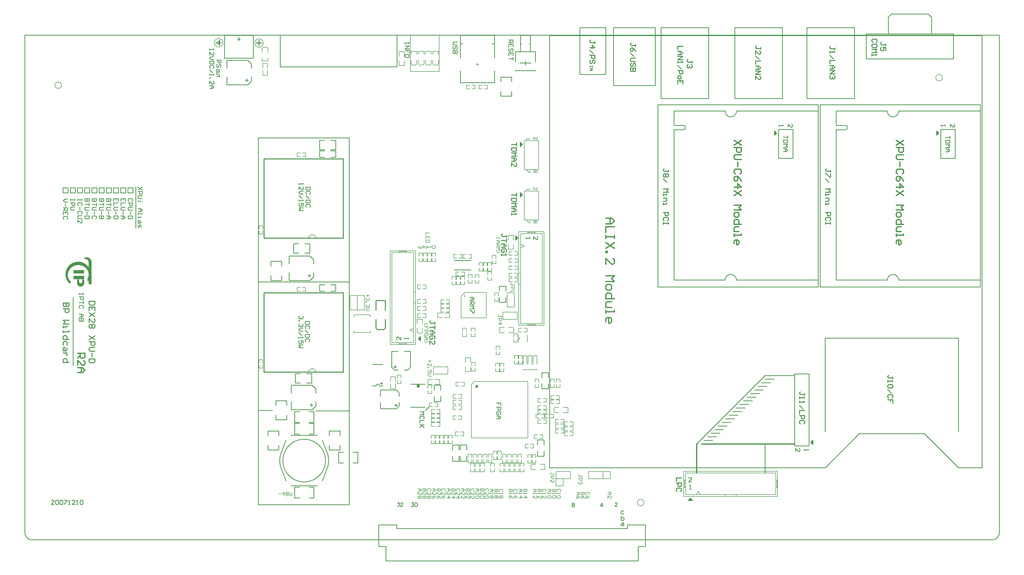
<source format=gto>
%FSLAX24Y24*%
%MOIN*%
G70*
G01*
G75*
%ADD10C,0.0110*%
%ADD11C,0.0380*%
%ADD12C,0.0100*%
%ADD13R,0.0380X0.0380*%
%ADD14R,0.0600X0.0500*%
%ADD15R,0.0600X0.0600*%
%ADD16O,0.0630X0.0110*%
%ADD17O,0.0110X0.0630*%
%ADD18O,0.0630X0.0110*%
%ADD19R,0.0630X0.0110*%
%ADD20R,0.0500X0.0600*%
%ADD21R,0.0500X0.0650*%
%ADD22R,0.1614X0.0827*%
%ADD23R,0.0600X0.1000*%
%ADD24R,0.1250X0.0600*%
%ADD25R,0.0380X0.0425*%
%ADD26R,0.0709X0.1575*%
%ADD27C,0.0400*%
%ADD28R,0.1378X0.0709*%
%ADD29R,0.0709X0.1378*%
%ADD30R,0.0800X0.0800*%
%ADD31O,0.0846X0.0138*%
%ADD32R,0.0846X0.0138*%
%ADD33R,0.1181X0.1575*%
%ADD34R,0.0600X0.1250*%
%ADD35R,0.0900X0.1200*%
%ADD36R,0.0236X0.0433*%
%ADD37R,0.0906X0.0945*%
%ADD38C,0.0600*%
%ADD39C,0.0400*%
%ADD40C,0.0110*%
%ADD41C,0.0250*%
%ADD42C,0.0500*%
%ADD43C,0.0200*%
%ADD44C,0.0150*%
%ADD45C,0.0300*%
%ADD46C,0.0120*%
%ADD47C,0.1000*%
%ADD48C,0.0370*%
%ADD49C,0.0130*%
%ADD50C,0.0390*%
%ADD51C,0.0290*%
%ADD52C,0.0140*%
%ADD53C,0.0180*%
%ADD54C,0.0800*%
%ADD55R,0.5050X0.4500*%
%ADD56R,0.5050X0.4550*%
%ADD57R,0.5200X0.4550*%
%ADD58R,0.5050X0.9550*%
%ADD59C,0.0620*%
%ADD60C,0.0500*%
%ADD61C,0.0600*%
%ADD62C,0.1181*%
%ADD63P,0.1181X8X0*%
%ADD64C,0.0650*%
%ADD65C,0.2600*%
%ADD66C,0.0945*%
%ADD67C,0.0787*%
%ADD68C,0.0906*%
%ADD69P,0.0620X8X0*%
%ADD70C,0.1575*%
%ADD71C,0.0450*%
%ADD72C,0.0080*%
%ADD73C,0.0098*%
%ADD74C,0.0060*%
%ADD75C,0.0079*%
%ADD76C,0.0090*%
%ADD77C,0.0160*%
%ADD78R,0.0300X0.0500*%
%ADD79R,0.1500X0.0500*%
%ADD80R,0.0430X0.3100*%
%ADD81R,0.0130X0.0360*%
D12*
X92384Y75834D02*
X92309Y75877D01*
Y75791D01*
X92384Y75834D01*
X152580Y78036D02*
X152573Y78135D01*
X152555Y78232D01*
X152524Y78326D01*
X152482Y78415D01*
X152429Y78499D01*
X152366Y78575D01*
X152294Y78643D01*
X152214Y78701D01*
X152127Y78749D01*
X152036Y78785D01*
X151940Y78810D01*
X151842Y78822D01*
X151743D01*
X151645Y78810D01*
X151549Y78785D01*
X151457Y78749D01*
X151370Y78701D01*
X151290Y78643D01*
X151218Y78575D01*
X151155Y78499D01*
X151102Y78415D01*
X151060Y78326D01*
X151030Y78232D01*
X151011Y78135D01*
X151005Y78036D01*
X145198Y98922D02*
X145299Y98940D01*
X145388Y98991D01*
X145453Y99070D01*
X145489Y99166D01*
Y99269D01*
X145453Y99365D01*
X145388Y99443D01*
X145299Y99495D01*
X145198Y99513D01*
X151005Y101501D02*
X151011Y101402D01*
X151030Y101305D01*
X151060Y101211D01*
X151102Y101121D01*
X151155Y101038D01*
X151218Y100962D01*
X151290Y100894D01*
X151370Y100836D01*
X151457Y100788D01*
X151549Y100752D01*
X151645Y100727D01*
X151743Y100715D01*
X151842D01*
X151940Y100727D01*
X152036Y100752D01*
X152128Y100788D01*
X152214Y100836D01*
X152294Y100894D01*
X152366Y100962D01*
X152429Y101038D01*
X152482Y101121D01*
X152524Y101211D01*
X152555Y101305D01*
X152573Y101402D01*
X152580Y101501D01*
X130081Y78036D02*
X130075Y78135D01*
X130057Y78232D01*
X130026Y78326D01*
X129984Y78415D01*
X129931Y78499D01*
X129868Y78575D01*
X129796Y78643D01*
X129716Y78701D01*
X129629Y78749D01*
X129537Y78785D01*
X129442Y78810D01*
X129343Y78822D01*
X129245D01*
X129146Y78810D01*
X129051Y78785D01*
X128959Y78749D01*
X128872Y78701D01*
X128792Y78643D01*
X128720Y78575D01*
X128657Y78499D01*
X128604Y78415D01*
X128562Y78326D01*
X128531Y78232D01*
X128513Y78135D01*
X128507Y78036D01*
X122700Y98922D02*
X122801Y98940D01*
X122889Y98991D01*
X122955Y99070D01*
X122990Y99166D01*
Y99269D01*
X122955Y99365D01*
X122889Y99443D01*
X122801Y99495D01*
X122700Y99513D01*
X128507Y101501D02*
X128513Y101402D01*
X128531Y101305D01*
X128562Y101211D01*
X128604Y101121D01*
X128657Y101038D01*
X128720Y100962D01*
X128792Y100894D01*
X128872Y100836D01*
X128959Y100788D01*
X129051Y100752D01*
X129146Y100727D01*
X129245Y100715D01*
X129343D01*
X129442Y100727D01*
X129537Y100752D01*
X129629Y100788D01*
X129716Y100836D01*
X129796Y100894D01*
X129868Y100962D01*
X129931Y101038D01*
X129984Y101121D01*
X130026Y101211D01*
X130057Y101305D01*
X130075Y101402D01*
X130081Y101501D01*
X66794Y53711D02*
X66774Y53615D01*
X66757Y53518D01*
X66743Y53421D01*
X66732Y53324D01*
X66723Y53226D01*
X66717Y53128D01*
X66715Y53030D01*
Y52932D01*
X66717Y52833D01*
X66723Y52736D01*
X66732Y52638D01*
X66743Y52540D01*
X66757Y52443D01*
X66774Y52346D01*
X66794Y52250D01*
X73055Y52981D02*
X73053Y53081D01*
X73048Y53180D01*
X73040Y53280D01*
X73028Y53379D01*
X73013Y53477D01*
X72995Y53576D01*
X72973Y53673D01*
X72948Y53770D01*
X72920Y53865D01*
X72888Y53960D01*
X72853Y54054D01*
X72816Y54146D01*
X72775Y54237D01*
X72731Y54327D01*
X72684Y54415D01*
X72634Y54501D01*
X72581Y54586D01*
X72525Y54669D01*
X72467Y54750D01*
X72406Y54829D01*
X72342Y54906D01*
X72276Y54980D01*
X72207Y55053D01*
X72136Y55123D01*
X72062Y55190D01*
X71987Y55255D01*
X71909Y55318D01*
X71829Y55377D01*
X71747Y55434D01*
X71663Y55489D01*
X71578Y55540D01*
X71490Y55588D01*
X71401Y55634D01*
X71311Y55676D01*
X71219Y55716D01*
X71126Y55752D01*
X71032Y55785D01*
X70937Y55815D01*
X70841Y55841D01*
X70744Y55865D01*
X70646Y55885D01*
X70547Y55902D01*
X70449Y55915D01*
X70349Y55925D01*
X70250Y55932D01*
X70150Y55935D01*
X70050D01*
X69950Y55932D01*
X69851Y55925D01*
X69751Y55915D01*
X69653Y55902D01*
X69554Y55885D01*
X69456Y55865D01*
X69359Y55841D01*
X69263Y55815D01*
X69168Y55785D01*
X69074Y55752D01*
X68981Y55716D01*
X68889Y55676D01*
X68799Y55634D01*
X68710Y55588D01*
X68622Y55540D01*
X68537Y55489D01*
X68453Y55434D01*
X68371Y55377D01*
X68291Y55318D01*
X68213Y55255D01*
X68138Y55190D01*
X68064Y55123D01*
X67993Y55053D01*
X67924Y54980D01*
X67858Y54906D01*
X67794Y54829D01*
X67733Y54750D01*
X67675Y54669D01*
X67619Y54586D01*
X67566Y54501D01*
X67516Y54415D01*
X67469Y54327D01*
X67425Y54237D01*
X67384Y54146D01*
X67347Y54054D01*
X67312Y53960D01*
X67280Y53865D01*
X67252Y53770D01*
X67227Y53673D01*
X67205Y53576D01*
X67187Y53477D01*
X67172Y53379D01*
X67160Y53280D01*
X67152Y53180D01*
X67147Y53081D01*
X67145Y52981D01*
X67147Y52881D01*
X67152Y52781D01*
X67160Y52682D01*
X67172Y52583D01*
X67187Y52484D01*
X67205Y52386D01*
X67227Y52288D01*
X67252Y52192D01*
X67280Y52096D01*
X67312Y52001D01*
X67347Y51908D01*
X67384Y51815D01*
X67425Y51724D01*
X67469Y51635D01*
X67516Y51547D01*
X67566Y51460D01*
X67619Y51375D01*
X67675Y51293D01*
X67733Y51212D01*
X67794Y51133D01*
X67858Y51056D01*
X67924Y50981D01*
X67993Y50909D01*
X68064Y50839D01*
X68138Y50771D01*
X68213Y50706D01*
X68291Y50644D01*
X68371Y50584D01*
X68453Y50527D01*
X68537Y50473D01*
X68622Y50421D01*
X68710Y50373D01*
X68799Y50328D01*
X68889Y50285D01*
X68981Y50246D01*
X69074Y50210D01*
X69168Y50176D01*
X69263Y50147D01*
X69359Y50120D01*
X69456Y50097D01*
X69554Y50076D01*
X69653Y50060D01*
X69751Y50046D01*
X69851Y50036D01*
X69950Y50029D01*
X70050Y50026D01*
X70150Y50026D01*
X70250Y50029D01*
X70349Y50036D01*
X70449Y50046D01*
X70547Y50060D01*
X70646Y50076D01*
X70744Y50097D01*
X70841Y50120D01*
X70937Y50147D01*
X71032Y50176D01*
X71126Y50210D01*
X71219Y50246D01*
X71311Y50285D01*
X71401Y50328D01*
X71490Y50373D01*
X71578Y50422D01*
X71663Y50473D01*
X71747Y50527D01*
X71829Y50584D01*
X71909Y50644D01*
X71987Y50706D01*
X72062Y50771D01*
X72136Y50839D01*
X72207Y50909D01*
X72276Y50981D01*
X72342Y51056D01*
X72406Y51133D01*
X72467Y51212D01*
X72525Y51293D01*
X72581Y51375D01*
X72634Y51460D01*
X72684Y51547D01*
X72731Y51635D01*
X72775Y51724D01*
X72816Y51815D01*
X72853Y51908D01*
X72888Y52001D01*
X72920Y52096D01*
X72948Y52192D01*
X72973Y52288D01*
X72995Y52386D01*
X73013Y52484D01*
X73028Y52583D01*
X73040Y52682D01*
X73048Y52781D01*
X73053Y52881D01*
X73055Y52981D01*
X73406Y52250D02*
X73426Y52346D01*
X73443Y52443D01*
X73457Y52540D01*
X73468Y52638D01*
X73477Y52736D01*
X73483Y52834D01*
X73485Y52932D01*
Y53030D01*
X73483Y53128D01*
X73477Y53226D01*
X73468Y53324D01*
X73457Y53421D01*
X73443Y53518D01*
X73426Y53615D01*
X73406Y53711D01*
X47400Y88931D02*
X47460Y88991D01*
X47120Y89031D02*
X47050Y88961D01*
X47678Y88921D02*
X47622D01*
X47678D01*
X40564Y80542D02*
X40555Y80643D01*
X40530Y80742D01*
X40489Y80835D01*
X40432Y80920D01*
X40363Y80994D01*
X40281Y81055D01*
X40191Y81103D01*
X40094Y81134D01*
X39994Y81149D01*
X39892Y81147D01*
X39792Y81128D01*
X39697Y81092D01*
X98100Y76481D02*
Y77181D01*
X97200Y76481D02*
Y77181D01*
Y74931D02*
Y75631D01*
X98100Y74931D02*
Y75631D01*
X97200Y77181D02*
X98100D01*
X97200Y74931D02*
X98100D01*
X86950Y59930D02*
X87485Y60465D01*
X157863Y98744D02*
X158163Y98444D01*
X157863Y98144D02*
Y98744D01*
Y98144D02*
X158163Y98444D01*
X157963Y98244D02*
Y98444D01*
Y98644D01*
X158063Y98444D02*
Y98544D01*
Y98344D02*
Y98444D01*
X135365Y98744D02*
X135665Y98444D01*
X135365Y98144D02*
Y98744D01*
Y98144D02*
X135665Y98444D01*
X135465Y98244D02*
Y98444D01*
Y98644D01*
X135565Y98444D02*
Y98544D01*
Y98344D02*
Y98444D01*
X140400Y55521D02*
X140700Y55221D01*
Y55821D01*
X140400Y55521D02*
X140700Y55821D01*
X140600Y55521D02*
Y55721D01*
Y55321D02*
Y55521D01*
X140500Y55421D02*
Y55521D01*
Y55621D01*
X160191Y108745D02*
Y112219D01*
X148089D02*
X160191D01*
X148089Y108745D02*
Y112219D01*
X108359Y113079D02*
X111948D01*
X152580Y78036D02*
X163918D01*
X152580Y101501D02*
X163918Y101501D01*
X143918Y98922D02*
X145198D01*
X143918Y99513D02*
X145198D01*
X143918Y78036D02*
X151005D01*
X143918Y99513D02*
Y101501D01*
X151005D01*
X143918Y78036D02*
Y98922D01*
X163918Y78036D02*
Y101501D01*
X160418Y94951D02*
Y98951D01*
X158418Y94951D02*
X160418D01*
X158418D02*
Y98951D01*
X160418D01*
X130081Y78036D02*
X141420D01*
X130081Y101501D02*
X141420Y101501D01*
X121420Y98922D02*
X122700D01*
X121420Y99513D02*
X122700D01*
X121420Y78036D02*
X128507D01*
X121420Y99513D02*
Y101501D01*
X128507D01*
X121420Y78036D02*
Y98922D01*
X141420Y78036D02*
Y101501D01*
X137920Y94951D02*
Y98951D01*
X135920Y94951D02*
X137920D01*
X135920D02*
Y98951D01*
X137920D01*
X104150Y111981D02*
X164150D01*
Y51981D02*
Y111981D01*
X104150Y51981D02*
Y111981D01*
X138154Y55014D02*
X140145D01*
X140145Y55014D02*
Y65001D01*
X138154Y65001D02*
X140145D01*
X138154Y55014D02*
Y65001D01*
X148089Y108745D02*
X160191D01*
X139845Y103250D02*
X146444D01*
X139845D02*
Y113079D01*
X146444D01*
Y103250D02*
Y113079D01*
X129847Y103250D02*
X136447D01*
X129847D02*
Y113079D01*
X136447D01*
Y103250D02*
Y113079D01*
X119601Y103250D02*
X126201D01*
X119601D02*
Y113079D01*
X126201D01*
Y103250D02*
Y113079D01*
X113022Y105037D02*
X118814D01*
X113022D02*
Y113079D01*
X118814D01*
Y105037D02*
Y113079D01*
X108359Y106586D02*
X111948D01*
X108359D02*
Y113079D01*
X111948Y106586D02*
Y113079D01*
X119194Y77082D02*
X141425D01*
X119194D02*
Y102390D01*
X141425D01*
Y77082D02*
Y102390D01*
X141692Y77082D02*
X163923D01*
X141692D02*
Y102390D01*
X163923D01*
Y77082D02*
Y102390D01*
X142400Y56981D02*
Y69981D01*
X160900D01*
Y56981D02*
Y69981D01*
X156165Y56708D02*
X160892Y51981D01*
X142402D02*
X147129Y56708D01*
X156165D01*
X160892Y51981D02*
X164150D01*
X104150D02*
X142402D01*
X80450Y44031D02*
X82950D01*
X80450Y41031D02*
X81450D01*
Y39031D02*
X116450D01*
Y41031D02*
X117450D01*
X114950Y44031D02*
X117450D01*
X82950Y43531D02*
X114950D01*
X80450Y41031D02*
Y44031D01*
X81450Y39031D02*
Y41031D01*
X116450Y39031D02*
Y41031D01*
X117450D02*
Y44031D01*
X82950Y43531D02*
Y44031D01*
X114950Y43531D02*
Y44031D01*
X61050Y111317D02*
X61207Y111513D01*
X60893D02*
X61050Y111317D01*
X59050Y112025D02*
X63050D01*
Y108836D02*
Y112025D01*
X59050Y108836D02*
Y112025D01*
Y108836D02*
X63050D01*
X61050Y111317D02*
Y111750D01*
X62280Y108531D02*
X62780Y108031D01*
X62280Y105131D02*
X62780Y105631D01*
X59380Y105131D02*
X62280D01*
X62780Y105631D02*
Y106231D01*
X59380Y105131D02*
Y106231D01*
Y108531D02*
X62280D01*
X62780Y107431D02*
Y108031D01*
X59380Y107431D02*
Y108531D01*
X61962Y105788D02*
X62362D01*
X62162Y105588D02*
Y105988D01*
X72250Y96131D02*
Y97431D01*
X74500Y96131D02*
Y97431D01*
X72250Y96131D02*
X72950D01*
X72250Y97431D02*
X72950D01*
X73800D02*
X74500D01*
X73800Y96131D02*
X74500D01*
X63750Y77781D02*
Y97781D01*
X71750Y59881D02*
X76350D01*
X63750Y59931D02*
X65700D01*
X63750Y97781D02*
X76350D01*
Y77781D02*
Y97781D01*
X36650Y90131D02*
Y90831D01*
X37350Y90131D02*
Y90831D01*
X36650Y90131D02*
X37350D01*
X36650Y90831D02*
X37350D01*
X37650Y90131D02*
Y90831D01*
X65500Y77981D02*
Y78631D01*
X67000Y77981D02*
Y78631D01*
Y79981D02*
Y80631D01*
X65500Y79981D02*
Y80631D01*
Y77981D02*
X67000D01*
X65500Y80631D02*
X67000D01*
X70812Y78438D02*
Y78838D01*
X70612Y78638D02*
X71012D01*
X68030Y80281D02*
Y81381D01*
X71430Y80281D02*
Y80881D01*
X68030Y81381D02*
X70930D01*
X68030Y77981D02*
Y79081D01*
X71430Y78481D02*
Y79081D01*
X68030Y77981D02*
X70930D01*
X71430Y78481D01*
X70930Y81381D02*
X71430Y80881D01*
X72250Y95081D02*
Y95981D01*
X74500Y95081D02*
Y95981D01*
X72250Y95081D02*
X72950D01*
X72250Y95981D02*
X72950D01*
X73800D02*
X74500D01*
X73800Y95081D02*
X74500D01*
X70200Y81781D02*
X70900D01*
X70200Y83081D02*
X70900D01*
X68650D02*
X69350D01*
X68650Y81781D02*
X69350D01*
X70900D02*
Y83081D01*
X68650Y81781D02*
Y83081D01*
X66794Y52250D02*
X67580Y50146D01*
X68289Y49477D02*
X71911D01*
X72620Y50146D02*
X73406Y52250D01*
X66794Y53711D02*
X67580Y55815D01*
X68289Y56485D02*
X71911D01*
X72620Y55815D02*
X73406Y53711D01*
X103400Y55131D02*
Y55831D01*
X102500Y55131D02*
Y55831D01*
Y53581D02*
Y54281D01*
X103400Y53581D02*
Y54281D01*
X102500Y55831D02*
X103400D01*
X102500Y53581D02*
X103400D01*
X92650Y54431D02*
Y55131D01*
X91750Y54431D02*
Y55131D01*
Y52881D02*
Y53581D01*
X92650Y52881D02*
Y53581D01*
X91750Y55131D02*
X92650D01*
X91750Y52881D02*
X92650D01*
X91600Y54431D02*
Y55131D01*
X90700Y54431D02*
Y55131D01*
Y52881D02*
Y53581D01*
X91600Y52881D02*
Y53581D01*
X90700Y55131D02*
X91600D01*
X90700Y52881D02*
X91600D01*
X103100Y62931D02*
Y63631D01*
X104000Y62931D02*
Y63631D01*
Y64481D02*
Y65181D01*
X103100Y64481D02*
Y65181D01*
Y62931D02*
X104000D01*
X103100Y65181D02*
X104000D01*
X38050Y66181D02*
Y75581D01*
X46750Y85231D02*
Y90981D01*
X47460Y88991D02*
Y89041D01*
X47120Y89031D02*
X47400Y88931D01*
X47050Y88891D02*
Y88961D01*
X70450Y63731D02*
X71150D01*
X70450Y65031D02*
X71150D01*
X68900D02*
X69600D01*
X68900Y63731D02*
X69600D01*
X71150D02*
Y65031D01*
X68900Y63731D02*
Y65031D01*
X72250Y76481D02*
Y77381D01*
X74500Y76481D02*
Y77381D01*
X72250Y76481D02*
X72950D01*
X72250Y77381D02*
X72950D01*
X73800D02*
X74500D01*
X73800Y76481D02*
X74500D01*
X65100Y57081D02*
X66600D01*
X65100Y54431D02*
X66600D01*
X65100Y56431D02*
Y57081D01*
X66600Y56431D02*
Y57081D01*
Y54431D02*
Y55081D01*
X65100Y54431D02*
Y55081D01*
X73600Y54431D02*
X75100D01*
X73600Y57081D02*
X75100D01*
Y54431D02*
Y55081D01*
X73600Y54431D02*
Y55081D01*
Y56431D02*
Y57081D01*
X75100Y56431D02*
Y57081D01*
X77550Y52631D02*
Y54131D01*
X74900Y52631D02*
Y54131D01*
X76900D02*
X77550D01*
X76900Y52631D02*
X77550D01*
X74900D02*
X75550D01*
X74900Y54131D02*
X75550D01*
X82903Y62780D02*
X83297Y62386D01*
X80698Y61914D02*
Y62780D01*
X83297Y61914D02*
Y62386D01*
X80698Y62780D02*
X82903D01*
Y60181D02*
X83297Y60575D01*
X82851Y60454D02*
Y60854D01*
X80698Y60181D02*
Y61048D01*
X83297Y60575D02*
Y61048D01*
X80698Y60181D02*
X82903D01*
X82651Y60654D02*
X83051D01*
X82723Y65779D02*
Y66179D01*
X82251Y65928D02*
Y68132D01*
X82644Y65534D02*
X83117D01*
X82251Y68132D02*
X83117D01*
X82523Y65979D02*
X82923D01*
X82251Y65928D02*
X82644Y65534D01*
X84849Y65928D02*
Y68132D01*
X83983Y65534D02*
X84456D01*
X83983Y68132D02*
X84849D01*
X84456Y65534D02*
X84849Y65928D01*
X85950Y63181D02*
Y63581D01*
X85900Y63181D02*
Y63581D01*
X84900D02*
X86900D01*
X84900Y60381D02*
X86900D01*
X85800Y63181D02*
Y63581D01*
Y63181D02*
X86050D01*
Y63581D01*
X88150Y61181D02*
X89050D01*
X88150Y63431D02*
X89050D01*
Y61181D02*
Y61881D01*
X88150Y61181D02*
Y61881D01*
Y62731D02*
Y63431D01*
X89050Y62731D02*
Y63431D01*
X46350Y90131D02*
Y90831D01*
X45650Y90131D02*
X46350D01*
X45650D02*
Y90831D01*
X46350D01*
X45350Y90131D02*
Y90831D01*
X44650Y90131D02*
X45350D01*
X44650D02*
Y90831D01*
X45350D01*
X44350Y90131D02*
Y90831D01*
X43650Y90131D02*
X44350D01*
X43650D02*
Y90831D01*
X44350D01*
X43350Y90131D02*
Y90831D01*
X42650Y90131D02*
X43350D01*
X42650D02*
Y90831D01*
X43350D01*
X42350Y90131D02*
Y90831D01*
X41650Y90131D02*
X42350D01*
X41650D02*
Y90831D01*
X42350D01*
X41350Y90131D02*
Y90831D01*
X40650Y90131D02*
X41350D01*
X40650D02*
Y90831D01*
X41350D01*
X40350Y90131D02*
Y90831D01*
X39650Y90131D02*
X40350D01*
X39650D02*
Y90831D01*
X40350D01*
X39350Y90131D02*
Y90831D01*
X38650Y90131D02*
X39350D01*
X38650D02*
Y90831D01*
X39350D01*
X38350Y90131D02*
Y90831D01*
X37650Y90131D02*
X38350D01*
X37650Y90831D02*
X38350D01*
X100111Y110838D02*
X100268D01*
X101332D02*
X101489D01*
X99422Y107118D02*
X102178D01*
X100111Y112019D02*
X101489D01*
X100111Y109755D02*
Y112019D01*
X101489Y109755D02*
Y112019D01*
X99422Y109086D02*
Y109755D01*
X102178D01*
Y109086D02*
Y109755D01*
Y108299D02*
Y109086D01*
X99422Y108299D02*
Y109086D01*
X102178Y107118D02*
Y107196D01*
X99422Y107118D02*
Y107196D01*
X100013Y108181D02*
X101587D01*
X100800Y107885D02*
Y108456D01*
X66200Y61281D02*
X67700D01*
X66200Y58631D02*
X67700D01*
X66200Y60631D02*
Y61281D01*
X67700Y60631D02*
Y61281D01*
Y58631D02*
Y59281D01*
X66200Y58631D02*
Y59281D01*
X68800Y58281D02*
Y59781D01*
X71450Y58281D02*
Y59781D01*
X68800Y58281D02*
X69450D01*
X68800Y59781D02*
X69450D01*
X70800D02*
X71450D01*
X70800Y58281D02*
X71450D01*
Y47781D02*
Y49281D01*
X68800Y47781D02*
Y49281D01*
X70800D02*
X71450D01*
X70800Y47781D02*
X71450D01*
X68800D02*
X69450D01*
X68800Y49281D02*
X69450D01*
X71450Y56631D02*
Y58131D01*
X68800Y56631D02*
Y58131D01*
X70800D02*
X71450D01*
X70800Y56631D02*
X71450D01*
X68800D02*
X69450D01*
X68800Y58131D02*
X69450D01*
X71230Y63431D02*
X71730Y62931D01*
X71230Y60031D02*
X71730Y60531D01*
X68330Y60031D02*
X71230D01*
X71730Y60531D02*
Y61131D01*
X68330Y60031D02*
Y61131D01*
Y63431D02*
X71230D01*
X71730Y62331D02*
Y62931D01*
X68330Y62331D02*
Y63431D01*
X70912Y60688D02*
X71312D01*
X71112Y60488D02*
Y60888D01*
X63750Y77781D02*
X76350D01*
Y46831D02*
Y77781D01*
X63750Y46831D02*
X76350D01*
X63750D02*
Y77781D01*
X58400Y110981D02*
X58600D01*
X58250Y110731D02*
Y111231D01*
X58100Y110831D02*
Y111131D01*
X57850Y110981D02*
X57950Y111031D01*
Y110931D02*
Y111031D01*
X57850Y110981D02*
X57950Y110931D01*
X100100Y90191D02*
X100400Y89891D01*
X100100Y89591D02*
Y90191D01*
Y89591D02*
X100400Y89891D01*
X100200Y89691D02*
Y89891D01*
Y90091D01*
X100300Y89891D02*
Y89991D01*
Y89791D02*
Y89891D01*
X100100Y97191D02*
X100400Y96891D01*
X100100Y96591D02*
Y97191D01*
Y96591D02*
X100400Y96891D01*
X100200Y96691D02*
Y96891D01*
Y97091D01*
X100300Y96891D02*
Y96991D01*
Y96791D02*
Y96891D01*
X99450Y84191D02*
X99750Y83891D01*
X99450Y83591D02*
Y84191D01*
Y83591D02*
X99750Y83891D01*
X99550Y83691D02*
Y83891D01*
Y84091D01*
X99650Y83891D02*
Y83991D01*
Y83791D02*
Y83891D01*
X85950Y69921D02*
X86250Y69621D01*
Y70221D01*
X85950Y69921D02*
X86250Y70221D01*
X86150Y69921D02*
Y70121D01*
Y69721D02*
Y69921D01*
X86050Y69821D02*
Y69921D01*
Y70021D01*
X134050Y51251D02*
Y55281D01*
X124550D02*
X134050Y64781D01*
X138150D01*
X123390Y47431D02*
X123690Y47731D01*
X123390Y47431D02*
X123990D01*
X123690Y47731D02*
X123990Y47431D01*
X123690Y47531D02*
X123890D01*
X123490D02*
X123690D01*
X123590Y47631D02*
X123690D01*
X123790D01*
X124550Y55281D02*
X124750D01*
X124550Y55231D02*
Y55281D01*
X133550Y63781D02*
X134800D01*
X133050Y63281D02*
X134300D01*
X132550Y62781D02*
X133800D01*
X132050Y62281D02*
X133300D01*
X131550Y61781D02*
X132800D01*
X131050Y61281D02*
X132300D01*
X130550Y60781D02*
X131800D01*
X130050Y60281D02*
X131300D01*
X129550Y59781D02*
X130800D01*
X129050Y59281D02*
X130300D01*
X128550Y58781D02*
X129800D01*
X128050Y58281D02*
X129300D01*
X127550Y57781D02*
X128800D01*
X127050Y57281D02*
X128300D01*
X126550Y56781D02*
X127800D01*
X126050Y56281D02*
X127300D01*
X125550Y55781D02*
X126800D01*
X134050Y64281D02*
X135300D01*
X97373Y103570D02*
Y104220D01*
X98873Y103570D02*
Y104220D01*
Y105570D02*
Y106220D01*
X97373Y105570D02*
Y106220D01*
Y103570D02*
X98873D01*
X97373Y106220D02*
X98873D01*
X91769Y112026D02*
X96501D01*
Y108876D02*
Y112026D01*
X91769Y105451D02*
X96501D01*
X96189Y110845D02*
X96509D01*
X91777Y110845D02*
X92089Y110845D01*
X96501Y105451D02*
Y107065D01*
X91769Y108876D02*
Y112026D01*
Y105451D02*
Y107065D01*
X66800Y107631D02*
X83000D01*
X66800D02*
Y111981D01*
X83000Y107631D02*
Y111981D01*
X151600Y114969D02*
X156700D01*
X151150Y112219D02*
Y114519D01*
X151600Y114969D01*
X157150Y112219D02*
Y114519D01*
X156700Y114969D02*
X157150Y114519D01*
X90904Y79431D02*
X93267D01*
X90904Y80730D02*
X93267D01*
X69850Y73031D02*
X69950Y72931D01*
Y72731D01*
X69850Y72631D01*
X69750D01*
X69650Y72731D01*
Y72831D01*
Y72731D01*
X69550Y72631D01*
X69450D01*
X69350Y72731D01*
Y72931D01*
X69450Y73031D01*
X69350Y72431D02*
X69450D01*
Y72331D01*
X69350D01*
Y72431D01*
X69850Y71931D02*
X69950Y71831D01*
Y71631D01*
X69850Y71531D01*
X69750D01*
X69650Y71631D01*
Y71731D01*
Y71631D01*
X69550Y71531D01*
X69450D01*
X69350Y71631D01*
Y71831D01*
X69450Y71931D01*
X69950Y71331D02*
X69550D01*
X69350Y71131D01*
X69550Y70931D01*
X69950D01*
X69350Y70731D02*
X69750Y70332D01*
X69350Y70132D02*
Y69932D01*
Y70032D01*
X69950D01*
X69850Y70132D01*
X69950Y69232D02*
Y69632D01*
X69650D01*
X69750Y69432D01*
Y69332D01*
X69650Y69232D01*
X69450D01*
X69350Y69332D01*
Y69532D01*
X69450Y69632D01*
X69950Y69032D02*
X69350D01*
X69550Y68832D01*
X69350Y68632D01*
X69950D01*
X70850Y72281D02*
X70250D01*
Y71981D01*
X70350Y71881D01*
X70750D01*
X70850Y71981D01*
Y72281D01*
X70750Y71281D02*
X70850Y71381D01*
Y71581D01*
X70750Y71681D01*
X70350D01*
X70250Y71581D01*
Y71381D01*
X70350Y71281D01*
X70250Y71081D02*
X70650Y70681D01*
X70850Y70481D02*
X70250D01*
Y70181D01*
X70350Y70081D01*
X70750D01*
X70850Y70181D01*
Y70481D01*
X70750Y69482D02*
X70850Y69582D01*
Y69782D01*
X70750Y69881D01*
X70350D01*
X70250Y69782D01*
Y69582D01*
X70350Y69482D01*
X70950Y90931D02*
X70350D01*
Y90631D01*
X70450Y90531D01*
X70850D01*
X70950Y90631D01*
Y90931D01*
X70850Y89931D02*
X70950Y90031D01*
Y90231D01*
X70850Y90331D01*
X70450D01*
X70350Y90231D01*
Y90031D01*
X70450Y89931D01*
X70350Y89731D02*
X70750Y89331D01*
X70950Y89131D02*
X70350D01*
Y88831D01*
X70450Y88731D01*
X70850D01*
X70950Y88831D01*
Y89131D01*
X70850Y88132D02*
X70950Y88232D01*
Y88432D01*
X70850Y88531D01*
X70450D01*
X70350Y88432D01*
Y88232D01*
X70450Y88132D01*
X69400Y91481D02*
Y91281D01*
Y91381D01*
X70000D01*
X69900Y91481D01*
X69400Y90581D02*
Y90981D01*
X69800Y90581D01*
X69900D01*
X70000Y90681D01*
Y90881D01*
X69900Y90981D01*
X70000Y90381D02*
X69600D01*
X69400Y90181D01*
X69600Y89981D01*
X70000D01*
X69400Y89781D02*
X69800Y89381D01*
X69400Y89181D02*
Y88982D01*
Y89081D01*
X70000D01*
X69900Y89181D01*
X70000Y88282D02*
Y88682D01*
X69700D01*
X69800Y88482D01*
Y88382D01*
X69700Y88282D01*
X69500D01*
X69400Y88382D01*
Y88582D01*
X69500Y88682D01*
X70000Y88082D02*
X69400D01*
X69600Y87882D01*
X69400Y87682D01*
X70000D01*
X86150Y59731D02*
X86750D01*
X86550Y59531D01*
X86750Y59331D01*
X86150D01*
X86650Y58731D02*
X86750Y58831D01*
Y59031D01*
X86650Y59131D01*
X86250D01*
X86150Y59031D01*
Y58831D01*
X86250Y58731D01*
X86750Y58531D02*
X86150D01*
Y58131D01*
X86750Y57931D02*
X86150D01*
X86350D01*
X86750Y57531D01*
X86450Y57831D01*
X86150Y57531D01*
X93100Y75631D02*
X93500D01*
X93700Y75431D01*
X93500Y75231D01*
X93100D01*
X93400D01*
Y75631D01*
X93100Y75031D02*
X93700D01*
Y74731D01*
X93600Y74631D01*
X93400D01*
X93300Y74731D01*
Y75031D01*
Y74831D02*
X93100Y74631D01*
Y74431D02*
X93700D01*
X93500Y74231D01*
X93700Y74031D01*
X93100D01*
X93700Y73831D02*
Y73431D01*
X93600D01*
X93200Y73831D01*
X93100D01*
X97400Y60581D02*
Y60981D01*
X97100D01*
Y60781D01*
Y60981D01*
X96800D01*
Y60381D02*
X97400D01*
Y60081D01*
X97300Y59981D01*
X97100D01*
X97000Y60081D01*
Y60381D01*
X97300Y59381D02*
X97400Y59481D01*
Y59681D01*
X97300Y59781D01*
X96900D01*
X96800Y59681D01*
Y59481D01*
X96900Y59381D01*
X97100D01*
Y59581D01*
X96800Y59181D02*
X97200D01*
X97400Y58981D01*
X97200Y58781D01*
X96800D01*
X97100D01*
Y59181D01*
X158498Y99581D02*
Y99381D01*
Y99481D01*
X159098D01*
X158998Y99581D01*
X159748Y99281D02*
Y99681D01*
X160148Y99281D01*
X160248D01*
X160348Y99381D01*
Y99581D01*
X160248Y99681D01*
X136000Y99581D02*
Y99381D01*
Y99481D01*
X136600D01*
X136500Y99581D01*
X137250Y99281D02*
Y99681D01*
X137650Y99281D01*
X137750D01*
X137850Y99381D01*
Y99581D01*
X137750Y99681D01*
X138300Y54231D02*
Y54631D01*
X138700Y54231D01*
X138800D01*
X138900Y54331D01*
Y54531D01*
X138800Y54631D01*
X139500Y54531D02*
Y54331D01*
Y54431D01*
X140100D01*
X140000Y54531D01*
X159700Y98031D02*
Y97631D01*
Y97831D01*
X159100D01*
X159700Y97431D02*
X159100D01*
Y97131D01*
X159200Y97031D01*
X159600D01*
X159700Y97131D01*
Y97431D01*
X159100Y96831D02*
X159700D01*
X159500Y96631D01*
X159700Y96431D01*
X159100D01*
Y96231D02*
X159500D01*
X159700Y96031D01*
X159500Y95831D01*
X159100D01*
X159400D01*
Y96231D01*
X137200Y98081D02*
Y97681D01*
Y97881D01*
X136600D01*
X137200Y97481D02*
X136600D01*
Y97181D01*
X136700Y97081D01*
X137100D01*
X137200Y97181D01*
Y97481D01*
X136600Y96881D02*
X137200D01*
X137000Y96681D01*
X137200Y96481D01*
X136600D01*
Y96281D02*
X137000D01*
X137200Y96081D01*
X137000Y95881D01*
X136600D01*
X136900D01*
Y96281D01*
X83065Y47129D02*
X83326D01*
X83184Y46939D01*
X83255D01*
X83303Y46915D01*
X83326Y46891D01*
X83350Y46820D01*
Y46772D01*
X83326Y46701D01*
X83279Y46653D01*
X83207Y46629D01*
X83136D01*
X83065Y46653D01*
X83041Y46677D01*
X83017Y46724D01*
X83486Y47010D02*
Y47034D01*
X83510Y47081D01*
X83533Y47105D01*
X83581Y47129D01*
X83676D01*
X83724Y47105D01*
X83748Y47081D01*
X83772Y47034D01*
Y46986D01*
X83748Y46939D01*
X83700Y46867D01*
X83462Y46629D01*
X83795D01*
X113238Y47010D02*
Y47034D01*
X113261Y47081D01*
X113285Y47105D01*
X113333Y47129D01*
X113428D01*
X113476Y47105D01*
X113499Y47081D01*
X113523Y47034D01*
Y46986D01*
X113499Y46939D01*
X113452Y46867D01*
X113214Y46629D01*
X113547D01*
X114446Y45994D02*
X114146D01*
X114046Y45894D01*
Y45694D01*
X114146Y45594D01*
X114446D01*
X114096Y45294D02*
Y44694D01*
X114396D01*
X114496Y44794D01*
Y44894D01*
Y44994D01*
X114396Y45094D01*
X114096D01*
X114146Y44344D02*
X114346D01*
X114446Y44244D01*
Y43944D01*
X114146D01*
X114046Y44044D01*
X114146Y44144D01*
X114446D01*
X57950Y108581D02*
X58550D01*
Y108281D01*
X58450Y108181D01*
X58250D01*
X58150Y108281D01*
Y108581D01*
X58450Y107581D02*
X58550Y107681D01*
Y107881D01*
X58450Y107981D01*
X58350D01*
X58250Y107881D01*
Y107681D01*
X58150Y107581D01*
X58050D01*
X57950Y107681D01*
Y107881D01*
X58050Y107981D01*
X100900Y83951D02*
Y83751D01*
Y83851D01*
X101500D01*
X101400Y83951D01*
X101920Y83681D02*
Y84081D01*
X102320Y83681D01*
X102420D01*
X102520Y83781D01*
Y83981D01*
X102420Y84081D01*
X84550Y69861D02*
Y70061D01*
Y69961D01*
X83950D01*
X84050Y69861D01*
X83530Y70131D02*
Y69731D01*
X83130Y70131D01*
X83030D01*
X82930Y70031D01*
Y69831D01*
X83030Y69731D01*
X123580Y48981D02*
X123780D01*
X123680D01*
Y49581D01*
X123580Y49481D01*
X123850Y50001D02*
X123450D01*
X123850Y50401D01*
Y50501D01*
X123750Y50601D01*
X123550D01*
X123450Y50501D01*
X37300Y89281D02*
X36900D01*
X36700Y89081D01*
X36900Y88881D01*
X37300D01*
X37000Y88681D02*
Y88281D01*
X36700Y88081D02*
X37300D01*
Y87781D01*
X37200Y87681D01*
X37000D01*
X36900Y87781D01*
Y88081D01*
Y87881D02*
X36700Y87681D01*
X37300Y87081D02*
Y87481D01*
X36700D01*
Y87081D01*
X37000Y87481D02*
Y87281D01*
X37200Y86482D02*
X37300Y86582D01*
Y86782D01*
X37200Y86881D01*
X36800D01*
X36700Y86782D01*
Y86582D01*
X36800Y86482D01*
X84700Y111031D02*
Y110831D01*
Y110931D01*
X84100D01*
Y111031D01*
Y110831D01*
Y110531D02*
X84700D01*
X84100Y110131D01*
X84700D01*
Y109531D02*
Y109931D01*
X84400D01*
Y109731D01*
Y109931D01*
X84100D01*
X84700Y109031D02*
Y109231D01*
X84600Y109331D01*
X84200D01*
X84100Y109231D01*
Y109031D01*
X84200Y108931D01*
X84600D01*
X84700Y109031D01*
X35430Y46881D02*
X35030D01*
X35430Y47281D01*
Y47381D01*
X35330Y47481D01*
X35130D01*
X35030Y47381D01*
X35630D02*
X35730Y47481D01*
X35930D01*
X36030Y47381D01*
Y46981D01*
X35930Y46881D01*
X35730D01*
X35630Y46981D01*
Y47381D01*
X36230D02*
X36330Y47481D01*
X36530D01*
X36629Y47381D01*
Y46981D01*
X36530Y46881D01*
X36330D01*
X36230Y46981D01*
Y47381D01*
X36829Y47481D02*
X37229D01*
Y47381D01*
X36829Y46981D01*
Y46881D01*
X37429D02*
X37629D01*
X37529D01*
Y47481D01*
X37429Y47381D01*
X38329Y46881D02*
X37929D01*
X38329Y47281D01*
Y47381D01*
X38229Y47481D01*
X38029D01*
X37929Y47381D01*
X38529Y46881D02*
X38729D01*
X38629D01*
Y47481D01*
X38529Y47381D01*
X39029D02*
X39129Y47481D01*
X39329D01*
X39429Y47381D01*
Y46981D01*
X39329Y46881D01*
X39129D01*
X39029Y46981D01*
Y47381D01*
X46200Y88931D02*
X46300Y89031D01*
Y89231D01*
X46200Y89331D01*
X45800D01*
X45700Y89231D01*
Y89031D01*
X45800Y88931D01*
X45700Y88731D02*
X46300D01*
Y88431D01*
X46200Y88331D01*
X46000D01*
X45900Y88431D01*
Y88731D01*
X46300Y88131D02*
X45800D01*
X45700Y88031D01*
Y87831D01*
X45800Y87731D01*
X46300D01*
X46000Y87531D02*
Y87131D01*
X46300Y86931D02*
X45700D01*
Y86632D01*
X45800Y86532D01*
X46200D01*
X46300Y86632D01*
Y86931D01*
X45300Y88931D02*
Y89331D01*
X44700D01*
Y88931D01*
X45000Y89331D02*
Y89131D01*
X45300Y88731D02*
X44700D01*
Y88331D01*
X45300Y88131D02*
X44800D01*
X44700Y88031D01*
Y87831D01*
X44800Y87731D01*
X45300D01*
X45000Y87531D02*
Y87131D01*
X44700Y86931D02*
X45100D01*
X45300Y86732D01*
X45100Y86532D01*
X44700D01*
X45000D01*
Y86931D01*
X44300Y88931D02*
Y89331D01*
X43700D01*
Y88931D01*
X44000Y89331D02*
Y89131D01*
X44300Y88731D02*
X43700D01*
Y88331D01*
X44300Y88131D02*
X43800D01*
X43700Y88031D01*
Y87831D01*
X43800Y87731D01*
X44300D01*
X44000Y87531D02*
Y87131D01*
X44300Y86931D02*
X43700D01*
Y86632D01*
X43800Y86532D01*
X44200D01*
X44300Y86632D01*
Y86931D01*
X43300Y89331D02*
X42700D01*
Y89031D01*
X42800Y88931D01*
X42900D01*
X43000Y89031D01*
Y89331D01*
Y89031D01*
X43100Y88931D01*
X43200D01*
X43300Y89031D01*
Y89331D01*
Y88731D02*
Y88331D01*
Y88531D01*
X42700D01*
X43300Y88131D02*
X42800D01*
X42700Y88031D01*
Y87831D01*
X42800Y87731D01*
X43300D01*
X43000Y87531D02*
Y87131D01*
X42700Y86931D02*
X43100D01*
X43300Y86732D01*
X43100Y86532D01*
X42700D01*
X43000D01*
Y86931D01*
X42300Y89331D02*
X41700D01*
Y89031D01*
X41800Y88931D01*
X41900D01*
X42000Y89031D01*
Y89331D01*
Y89031D01*
X42100Y88931D01*
X42200D01*
X42300Y89031D01*
Y89331D01*
Y88731D02*
Y88331D01*
Y88531D01*
X41700D01*
X42300Y88131D02*
X41800D01*
X41700Y88031D01*
Y87831D01*
X41800Y87731D01*
X42300D01*
X42000Y87531D02*
Y87131D01*
X42300Y86931D02*
X41700D01*
Y86632D01*
X41800Y86532D01*
X41900D01*
X42000Y86632D01*
Y86931D01*
Y86632D01*
X42100Y86532D01*
X42200D01*
X42300Y86632D01*
Y86931D01*
X41300Y89331D02*
X40700D01*
Y89031D01*
X40800Y88931D01*
X40900D01*
X41000Y89031D01*
Y89331D01*
Y89031D01*
X41100Y88931D01*
X41200D01*
X41300Y89031D01*
Y89331D01*
Y88731D02*
Y88331D01*
Y88531D01*
X40700D01*
X41300Y88131D02*
X40800D01*
X40700Y88031D01*
Y87831D01*
X40800Y87731D01*
X41300D01*
X41000Y87531D02*
Y87131D01*
X41200Y86532D02*
X41300Y86632D01*
Y86832D01*
X41200Y86931D01*
X40800D01*
X40700Y86832D01*
Y86632D01*
X40800Y86532D01*
X40300Y89331D02*
X39700D01*
Y89031D01*
X39800Y88931D01*
X39900D01*
X40000Y89031D01*
Y89331D01*
Y89031D01*
X40100Y88931D01*
X40200D01*
X40300Y89031D01*
Y89331D01*
Y88731D02*
Y88331D01*
Y88531D01*
X39700D01*
X40300Y88131D02*
X39800D01*
X39700Y88031D01*
Y87831D01*
X39800Y87731D01*
X40300D01*
X40000Y87531D02*
Y87131D01*
X40300Y86931D02*
X39700D01*
Y86632D01*
X39800Y86532D01*
X40200D01*
X40300Y86632D01*
Y86931D01*
X47650Y90931D02*
X47050Y90531D01*
X47650D02*
X47050Y90931D01*
Y90331D02*
X47650D01*
Y90031D01*
X47550Y89931D01*
X47350D01*
X47250Y90031D01*
Y90331D01*
X47650Y89731D02*
X47150D01*
X47050Y89631D01*
Y89431D01*
X47150Y89331D01*
X47650D01*
X47050Y87932D02*
X47450D01*
X47650Y87732D01*
X47450Y87532D01*
X47050D01*
X47350D01*
Y87932D01*
X47050Y87332D02*
Y87132D01*
Y87232D01*
X47650D01*
Y87332D01*
X47050Y86832D02*
Y86632D01*
Y86732D01*
X47450D01*
Y86832D01*
Y86232D02*
Y86032D01*
X47350Y85932D01*
X47050D01*
Y86232D01*
X47150Y86332D01*
X47250Y86232D01*
Y85932D01*
X47050Y85732D02*
Y85432D01*
X47150Y85333D01*
X47250Y85432D01*
Y85632D01*
X47350Y85732D01*
X47450Y85632D01*
Y85333D01*
X39470Y76211D02*
Y76011D01*
Y76111D01*
X38870D01*
Y76211D01*
Y76011D01*
Y75711D02*
X39470D01*
Y75411D01*
X39370Y75311D01*
X39170D01*
X39070Y75411D01*
Y75711D01*
X39470Y75111D02*
Y74711D01*
Y74911D01*
X38870D01*
X39370Y74111D02*
X39470Y74211D01*
Y74411D01*
X39370Y74511D01*
X38970D01*
X38870Y74411D01*
Y74211D01*
X38970Y74111D01*
X38870Y73312D02*
X39270D01*
X39470Y73112D01*
X39270Y72912D01*
X38870D01*
X39170D01*
Y73312D01*
X39470Y72712D02*
X38870D01*
Y72412D01*
X38970Y72312D01*
X39070D01*
X39170Y72412D01*
Y72712D01*
Y72412D01*
X39270Y72312D01*
X39370D01*
X39470Y72412D01*
Y72712D01*
X38300Y89281D02*
Y89081D01*
Y89181D01*
X37700D01*
Y89281D01*
Y89081D01*
Y88781D02*
X38300D01*
Y88481D01*
X38200Y88381D01*
X38000D01*
X37900Y88481D01*
Y88781D01*
X38300Y88181D02*
X37800D01*
X37700Y88081D01*
Y87881D01*
X37800Y87781D01*
X38300D01*
X39300Y89281D02*
Y89081D01*
Y89181D01*
X38700D01*
Y89281D01*
Y89081D01*
X39200Y88381D02*
X39300Y88481D01*
Y88681D01*
X39200Y88781D01*
X38800D01*
X38700Y88681D01*
Y88481D01*
X38800Y88381D01*
X39000Y88181D02*
Y87781D01*
X39200Y87181D02*
X39300Y87281D01*
Y87481D01*
X39200Y87581D01*
X38800D01*
X38700Y87481D01*
Y87281D01*
X38800Y87181D01*
X39300Y86981D02*
X38800D01*
X38700Y86881D01*
Y86682D01*
X38800Y86582D01*
X39300D01*
X38700Y85982D02*
Y86382D01*
X39100Y85982D01*
X39200D01*
X39300Y86082D01*
Y86282D01*
X39200Y86382D01*
X98500Y111381D02*
X99100D01*
Y111081D01*
X99000Y110981D01*
X98800D01*
X98700Y111081D01*
Y111381D01*
Y111181D02*
X98500Y110981D01*
X99100Y110381D02*
Y110781D01*
X98500D01*
Y110381D01*
X98800Y110781D02*
Y110581D01*
X99000Y109781D02*
X99100Y109881D01*
Y110081D01*
X99000Y110181D01*
X98900D01*
X98800Y110081D01*
Y109881D01*
X98700Y109781D01*
X98600D01*
X98500Y109881D01*
Y110081D01*
X98600Y110181D01*
X99100Y109181D02*
Y109581D01*
X98500D01*
Y109181D01*
X98800Y109581D02*
Y109381D01*
X99100Y108981D02*
Y108582D01*
Y108782D01*
X98500D01*
X111462Y47081D02*
X111200Y46714D01*
X111593D01*
X111462Y47081D02*
Y46531D01*
X107381Y47081D02*
X107302Y47054D01*
X107276Y47002D01*
Y46950D01*
X107302Y46897D01*
X107355Y46871D01*
X107459Y46845D01*
X107538Y46819D01*
X107590Y46766D01*
X107617Y46714D01*
Y46635D01*
X107590Y46583D01*
X107564Y46557D01*
X107486Y46531D01*
X107381D01*
X107302Y46557D01*
X107276Y46583D01*
X107250Y46635D01*
Y46714D01*
X107276Y46766D01*
X107329Y46819D01*
X107407Y46845D01*
X107512Y46871D01*
X107564Y46897D01*
X107590Y46950D01*
Y47002D01*
X107564Y47054D01*
X107486Y47081D01*
X107381D01*
X85002Y47131D02*
X85290D01*
X85133Y46921D01*
X85212D01*
X85264Y46895D01*
X85290Y46869D01*
X85317Y46790D01*
Y46738D01*
X85290Y46659D01*
X85238Y46607D01*
X85159Y46581D01*
X85081D01*
X85002Y46607D01*
X84976Y46633D01*
X84950Y46685D01*
X85597Y47131D02*
X85518Y47104D01*
X85466Y47026D01*
X85440Y46895D01*
Y46816D01*
X85466Y46685D01*
X85518Y46607D01*
X85597Y46581D01*
X85649D01*
X85728Y46607D01*
X85780Y46685D01*
X85806Y46816D01*
Y46895D01*
X85780Y47026D01*
X85728Y47104D01*
X85649Y47131D01*
X85597D01*
X91350Y111081D02*
X90850D01*
X90750Y110981D01*
Y110781D01*
X90850Y110681D01*
X91350D01*
X91250Y110081D02*
X91350Y110181D01*
Y110381D01*
X91250Y110481D01*
X91150D01*
X91050Y110381D01*
Y110181D01*
X90950Y110081D01*
X90850D01*
X90750Y110181D01*
Y110381D01*
X90850Y110481D01*
X91350Y109881D02*
X90750D01*
Y109581D01*
X90850Y109481D01*
X90950D01*
X91050Y109581D01*
Y109881D01*
Y109581D01*
X91150Y109481D01*
X91250D01*
X91350Y109581D01*
Y109881D01*
X57000Y110131D02*
Y109931D01*
Y110031D01*
X57600D01*
X57500Y110131D01*
X57000Y109231D02*
Y109631D01*
X57400Y109231D01*
X57500D01*
X57600Y109331D01*
Y109531D01*
X57500Y109631D01*
X57600Y109031D02*
X57200D01*
X57000Y108831D01*
X57200Y108631D01*
X57600D01*
Y108431D02*
X57000D01*
Y108131D01*
X57100Y108031D01*
X57500D01*
X57600Y108131D01*
Y108431D01*
X57500Y107432D02*
X57600Y107532D01*
Y107731D01*
X57500Y107831D01*
X57100D01*
X57000Y107731D01*
Y107532D01*
X57100Y107432D01*
X57000Y107232D02*
X57400Y106832D01*
X57000Y106632D02*
Y106432D01*
Y106532D01*
X57600D01*
X57500Y106632D01*
X57000Y106132D02*
X57100D01*
Y106032D01*
X57000D01*
Y106132D01*
Y105232D02*
Y105632D01*
X57400Y105232D01*
X57500D01*
X57600Y105332D01*
Y105532D01*
X57500Y105632D01*
X57000Y105032D02*
X57400D01*
X57600Y104832D01*
X57400Y104632D01*
X57000D01*
X57300D01*
Y105032D01*
X165550Y41981D02*
X165648Y41986D01*
X165745Y42000D01*
X165840Y42024D01*
X165933Y42057D01*
X166021Y42099D01*
X166106Y42149D01*
X166184Y42208D01*
X166257Y42274D01*
X166323Y42346D01*
X166381Y42425D01*
X166432Y42509D01*
X166474Y42598D01*
X166507Y42690D01*
X166531Y42786D01*
X166545Y42883D01*
X166550Y42981D01*
X31350D02*
X31355Y42883D01*
X31369Y42786D01*
X31393Y42690D01*
X31426Y42598D01*
X31468Y42509D01*
X31519Y42425D01*
X31577Y42346D01*
X31643Y42274D01*
X31716Y42208D01*
X31794Y42149D01*
X31879Y42099D01*
X31967Y42057D01*
X32060Y42024D01*
X32155Y42000D01*
X32252Y41986D01*
X32350Y41981D01*
X165550D01*
X31350Y112031D02*
X166550D01*
X31350Y42981D02*
Y112031D01*
X166550Y42981D02*
Y112031D01*
D41*
X40392Y78642D02*
X40389Y78742D01*
X40380Y78843D01*
X40364Y78942D01*
X40342Y79041D01*
X40314Y79137D01*
X40280Y79232D01*
X40240Y79324D01*
X40194Y79414D01*
X40143Y79501D01*
X40086Y79584D01*
X40024Y79664D01*
X39958Y79739D01*
X39886Y79811D01*
X39811Y79877D01*
X39731Y79939D01*
X39648Y79996D01*
X39561Y80047D01*
X39472Y80093D01*
X39379Y80133D01*
X39284Y80167D01*
X39188Y80195D01*
X39089Y80217D01*
X38990Y80232D01*
X38890Y80242D01*
X38789Y80245D01*
X38688Y80242D01*
X38588Y80232D01*
X38488Y80217D01*
X38390Y80195D01*
X38293Y80167D01*
X38199Y80133D01*
X38106Y80093D01*
X38016Y80047D01*
X37930Y79996D01*
X37846Y79939D01*
X37767Y79877D01*
X37691Y79811D01*
X37620Y79739D01*
X37553Y79664D01*
X37492Y79584D01*
X37435Y79501D01*
X37384Y79414D01*
X37338Y79324D01*
X37298Y79232D01*
X37264Y79137D01*
X37236Y79041D01*
X37214Y78942D01*
X37198Y78843D01*
X37189Y78742D01*
X37186Y78642D01*
D43*
X40286Y80542D02*
X40276Y80639D01*
X40248Y80733D01*
X40202Y80819D01*
X40139Y80895D01*
X40064Y80957D01*
X39978Y81003D01*
X39884Y81032D01*
X39787Y81042D01*
X39689Y81032D01*
D44*
X40456Y80512D02*
X40446Y80616D01*
X40417Y80717D01*
X40371Y80811D01*
X40308Y80894D01*
X40231Y80965D01*
X40142Y81020D01*
X40044Y81058D01*
X39941Y81077D01*
X39837Y81077D01*
X39734Y81058D01*
X80879Y63681D02*
X80809Y63751D01*
X80739Y63681D01*
X80809Y63611D01*
X80879Y63681D01*
X133800Y55281D02*
X138100D01*
X124550Y51281D02*
Y55231D01*
X125250Y55281D02*
X133800D01*
X153248Y97431D02*
X152248Y96764D01*
X153248D02*
X152248Y97431D01*
Y96431D02*
X153248D01*
Y95931D01*
X153081Y95765D01*
X152748D01*
X152581Y95931D01*
Y96431D01*
X153248Y95431D02*
X152415D01*
X152248Y95265D01*
Y94932D01*
X152415Y94765D01*
X153248D01*
X152748Y94432D02*
Y93765D01*
X153081Y92766D02*
X153248Y92932D01*
Y93265D01*
X153081Y93432D01*
X152415D01*
X152248Y93265D01*
Y92932D01*
X152415Y92766D01*
X153248Y91766D02*
X153081Y92099D01*
X152748Y92432D01*
X152415D01*
X152248Y92266D01*
Y91932D01*
X152415Y91766D01*
X152581D01*
X152748Y91932D01*
Y92432D01*
X152248Y90933D02*
X153248D01*
X152748Y91433D01*
Y90766D01*
X153248Y90433D02*
X152248Y89767D01*
X153248D02*
X152248Y90433D01*
Y88434D02*
X153248D01*
X152915Y88100D01*
X153248Y87767D01*
X152248D01*
Y87267D02*
Y86934D01*
X152415Y86767D01*
X152748D01*
X152915Y86934D01*
Y87267D01*
X152748Y87434D01*
X152415D01*
X152248Y87267D01*
X153248Y85768D02*
X152248D01*
Y86268D01*
X152415Y86434D01*
X152748D01*
X152915Y86268D01*
Y85768D01*
Y85435D02*
X152415D01*
X152248Y85268D01*
Y84768D01*
X152915D01*
X152248Y84435D02*
Y84102D01*
Y84268D01*
X153248D01*
Y84435D01*
X152248Y83102D02*
Y83435D01*
X152415Y83602D01*
X152748D01*
X152915Y83435D01*
Y83102D01*
X152748Y82935D01*
X152581D01*
Y83602D01*
X130750Y97431D02*
X129750Y96764D01*
X130750D02*
X129750Y97431D01*
Y96431D02*
X130750D01*
Y95931D01*
X130583Y95765D01*
X130250D01*
X130083Y95931D01*
Y96431D01*
X130750Y95431D02*
X129917D01*
X129750Y95265D01*
Y94932D01*
X129917Y94765D01*
X130750D01*
X130250Y94432D02*
Y93765D01*
X130583Y92766D02*
X130750Y92932D01*
Y93265D01*
X130583Y93432D01*
X129917D01*
X129750Y93265D01*
Y92932D01*
X129917Y92766D01*
X130750Y91766D02*
X130583Y92099D01*
X130250Y92432D01*
X129917D01*
X129750Y92266D01*
Y91932D01*
X129917Y91766D01*
X130083D01*
X130250Y91932D01*
Y92432D01*
X129750Y90933D02*
X130750D01*
X130250Y91433D01*
Y90766D01*
X130750Y90433D02*
X129750Y89767D01*
X130750D02*
X129750Y90433D01*
Y88434D02*
X130750D01*
X130416Y88100D01*
X130750Y87767D01*
X129750D01*
Y87267D02*
Y86934D01*
X129917Y86767D01*
X130250D01*
X130416Y86934D01*
Y87267D01*
X130250Y87434D01*
X129917D01*
X129750Y87267D01*
X130750Y85768D02*
X129750D01*
Y86268D01*
X129917Y86434D01*
X130250D01*
X130416Y86268D01*
Y85768D01*
Y85435D02*
X129917D01*
X129750Y85268D01*
Y84768D01*
X130416D01*
X129750Y84435D02*
Y84102D01*
Y84268D01*
X130750D01*
Y84435D01*
X129750Y83102D02*
Y83435D01*
X129917Y83602D01*
X130250D01*
X130416Y83435D01*
Y83102D01*
X130250Y82935D01*
X130083D01*
Y83602D01*
X111950Y86631D02*
X112750D01*
X113150Y86231D01*
X112750Y85831D01*
X111950D01*
X112550D01*
Y86631D01*
X113150Y85431D02*
X111950D01*
Y84631D01*
X113150Y84231D02*
Y83832D01*
Y84032D01*
X111950D01*
Y84231D01*
Y83832D01*
X113150Y83232D02*
X111950Y82432D01*
X113150D02*
X111950Y83232D01*
Y82032D02*
X112150D01*
Y81832D01*
X111950D01*
Y82032D01*
Y80233D02*
Y81033D01*
X112750Y80233D01*
X112950D01*
X113150Y80433D01*
Y80833D01*
X112950Y81033D01*
X111950Y78633D02*
X113150D01*
X112750Y78233D01*
X113150Y77834D01*
X111950D01*
Y77234D02*
Y76834D01*
X112150Y76634D01*
X112550D01*
X112750Y76834D01*
Y77234D01*
X112550Y77434D01*
X112150D01*
X111950Y77234D01*
X113150Y75434D02*
X111950D01*
Y76034D01*
X112150Y76234D01*
X112550D01*
X112750Y76034D01*
Y75434D01*
Y75034D02*
X112150D01*
X111950Y74835D01*
Y74235D01*
X112750D01*
X111950Y73835D02*
Y73435D01*
Y73635D01*
X113150D01*
Y73835D01*
X111950Y72235D02*
Y72635D01*
X112150Y72835D01*
X112550D01*
X112750Y72635D01*
Y72235D01*
X112550Y72035D01*
X112350D01*
Y72835D01*
D45*
X94081Y63264D02*
X94006Y63308D01*
Y63221D01*
X94081Y63264D01*
X38736Y77642D02*
X38750Y77543D01*
X38791Y77453D01*
X38856Y77377D01*
X38940Y77323D01*
X39036Y77295D01*
X39135D01*
X39231Y77323D01*
X39315Y77377D01*
X39380Y77453D01*
X39421Y77543D01*
X39436Y77642D01*
X40208Y78195D02*
X40246Y78288D01*
X40277Y78383D01*
X40303Y78480D01*
X40323Y78578D01*
X40337Y78677D01*
X40344Y78777D01*
X40345Y78877D01*
X40340Y78977D01*
X40328Y79076D01*
X40311Y79175D01*
X40287Y79272D01*
X40257Y79368D01*
X40221Y79461D01*
X40180Y79552D01*
X40133Y79641D01*
X40080Y79726D01*
X40022Y79808D01*
X39960Y79886D01*
X39892Y79960D01*
X39820Y80029D01*
X39744Y80094D01*
X39664Y80154D01*
X39580Y80209D01*
X39493Y80259D01*
X39403Y80303D01*
X39310Y80341D01*
X39216Y80373D01*
X39119Y80400D01*
X39021Y80420D01*
X38922Y80434D01*
X38822Y80442D01*
X38722Y80444D01*
X38622Y80439D01*
X38522Y80428D01*
X38424Y80411D01*
X38326Y80388D01*
X38230Y80359D01*
X38137Y80324D01*
X38045Y80283D01*
X37957Y80236D01*
X37871Y80184D01*
X37789Y80127D01*
X37711Y80064D01*
X37636Y79997D01*
X37566Y79926D01*
X37501Y79850D01*
X37441Y79770D01*
X37385Y79687D01*
X37335Y79600D01*
X37291Y79510D01*
X37252Y79418D01*
X37219Y79323D01*
X37192Y79227D01*
X37171Y79129D01*
X37156Y79030D01*
X37148Y78930D01*
X37145Y78830D01*
X37149Y78730D01*
X37160Y78630D01*
X37176Y78532D01*
X37199Y78434D01*
X37227Y78338D01*
X37262Y78244D01*
X37303Y78152D01*
X37349Y78064D01*
X37400Y77978D01*
X37457Y77895D01*
X37519Y77817D01*
X37586Y77742D01*
X38736Y77792D02*
X38750Y77693D01*
X38791Y77603D01*
X38856Y77527D01*
X38940Y77473D01*
X39036Y77445D01*
X39135D01*
X39231Y77473D01*
X39315Y77527D01*
X39380Y77603D01*
X39421Y77693D01*
X39436Y77792D01*
D46*
X75550Y83831D02*
Y94831D01*
X64550Y83831D02*
Y94831D01*
X75550D01*
X64550Y83831D02*
X75550D01*
Y65231D02*
Y76231D01*
X64550Y65231D02*
Y76231D01*
X75550D01*
X64550Y65231D02*
X75550D01*
X81200Y71131D02*
X81400Y71331D01*
X80100D02*
X80300Y71131D01*
X81200D01*
X80100Y75181D02*
X81400D01*
X80100Y71331D02*
Y72531D01*
X81400Y71331D02*
Y72531D01*
X80100Y73831D02*
Y75181D01*
X81400Y73831D02*
Y75181D01*
X63500Y110931D02*
X64200D01*
X63850Y110581D02*
Y111281D01*
X58400Y110631D02*
Y111331D01*
X123950Y108164D02*
Y108397D01*
Y108281D01*
X123367D01*
X123250Y108397D01*
Y108514D01*
X123367Y108631D01*
X123833Y107931D02*
X123950Y107814D01*
Y107581D01*
X123833Y107464D01*
X123717D01*
X123600Y107581D01*
Y107698D01*
Y107581D01*
X123483Y107464D01*
X123367D01*
X123250Y107581D01*
Y107814D01*
X123367Y107931D01*
X149483Y111014D02*
X149600Y111131D01*
Y111364D01*
X149483Y111481D01*
X149017D01*
X148900Y111364D01*
Y111131D01*
X149017Y111014D01*
X149600Y110431D02*
Y110664D01*
X149483Y110781D01*
X149017D01*
X148900Y110664D01*
Y110431D01*
X149017Y110314D01*
X149483D01*
X149600Y110431D01*
X148900Y110081D02*
X149600D01*
X149367Y109848D01*
X149600Y109615D01*
X148900D01*
Y109381D02*
Y109148D01*
Y109265D01*
X149600D01*
X149483Y109381D01*
X151800Y64314D02*
Y64547D01*
Y64431D01*
X151217D01*
X151100Y64547D01*
Y64664D01*
X151217Y64781D01*
X151100Y64081D02*
Y63848D01*
Y63964D01*
X151800D01*
X151683Y64081D01*
Y63498D02*
X151800Y63381D01*
Y63148D01*
X151683Y63031D01*
X151217D01*
X151100Y63148D01*
Y63381D01*
X151217Y63498D01*
X151683D01*
X151100Y62798D02*
X151567Y62331D01*
X151683Y61632D02*
X151800Y61748D01*
Y61982D01*
X151683Y62098D01*
X151217D01*
X151100Y61982D01*
Y61748D01*
X151217Y61632D01*
X151800Y60932D02*
Y61398D01*
X151450D01*
Y61165D01*
Y61398D01*
X151100D01*
X150800Y110564D02*
Y110797D01*
Y110681D01*
X150217D01*
X150100Y110797D01*
Y110914D01*
X150217Y111031D01*
X150800Y109864D02*
Y110331D01*
X150450D01*
X150567Y110098D01*
Y109981D01*
X150450Y109864D01*
X150217D01*
X150100Y109981D01*
Y110214D01*
X150217Y110331D01*
X143750Y110014D02*
Y110247D01*
Y110131D01*
X143167D01*
X143050Y110247D01*
Y110364D01*
X143167Y110481D01*
X143050Y109781D02*
Y109548D01*
Y109664D01*
X143750D01*
X143633Y109781D01*
X143050Y109198D02*
X143517Y108731D01*
X143750Y108498D02*
X143050D01*
Y108031D01*
Y107798D02*
X143517D01*
X143750Y107565D01*
X143517Y107332D01*
X143050D01*
X143400D01*
Y107798D01*
X143050Y107098D02*
X143750D01*
X143050Y106632D01*
X143750D01*
X143633Y106399D02*
X143750Y106282D01*
Y106049D01*
X143633Y105932D01*
X143517D01*
X143400Y106049D01*
Y106165D01*
Y106049D01*
X143283Y105932D01*
X143167D01*
X143050Y106049D01*
Y106282D01*
X143167Y106399D01*
X133450Y110064D02*
Y110297D01*
Y110181D01*
X132867D01*
X132750Y110297D01*
Y110414D01*
X132867Y110531D01*
X132750Y109364D02*
Y109831D01*
X133217Y109364D01*
X133333D01*
X133450Y109481D01*
Y109714D01*
X133333Y109831D01*
X132750Y109131D02*
X133217Y108665D01*
X133450Y108431D02*
X132750D01*
Y107965D01*
Y107732D02*
X133217D01*
X133450Y107498D01*
X133217Y107265D01*
X132750D01*
X133100D01*
Y107732D01*
X132750Y107032D02*
X133450D01*
X132750Y106565D01*
X133450D01*
X132750Y105866D02*
Y106332D01*
X133217Y105866D01*
X133333D01*
X133450Y105982D01*
Y106215D01*
X133333Y106332D01*
X122650Y110481D02*
X121950D01*
Y110014D01*
Y109781D02*
X122417D01*
X122650Y109548D01*
X122417Y109314D01*
X121950D01*
X122300D01*
Y109781D01*
X121950Y109081D02*
X122650D01*
X121950Y108615D01*
X122650D01*
X121950Y108381D02*
Y108148D01*
Y108265D01*
X122650D01*
X122533Y108381D01*
X121950Y107798D02*
X122417Y107332D01*
X121950Y107098D02*
X122650D01*
Y106749D01*
X122533Y106632D01*
X122300D01*
X122183Y106749D01*
Y107098D01*
X121950Y106282D02*
Y106049D01*
X122067Y105932D01*
X122300D01*
X122417Y106049D01*
Y106282D01*
X122300Y106399D01*
X122067D01*
X121950Y106282D01*
X122650Y105232D02*
Y105699D01*
X121950D01*
Y105232D01*
X122300Y105699D02*
Y105466D01*
X116100Y110464D02*
Y110697D01*
Y110581D01*
X115517D01*
X115400Y110697D01*
Y110814D01*
X115517Y110931D01*
X116100Y109764D02*
X115983Y109998D01*
X115750Y110231D01*
X115517D01*
X115400Y110114D01*
Y109881D01*
X115517Y109764D01*
X115633D01*
X115750Y109881D01*
Y110231D01*
X115400Y109531D02*
X115867Y109065D01*
X116100Y108831D02*
X115517D01*
X115400Y108715D01*
Y108481D01*
X115517Y108365D01*
X116100D01*
X115983Y107665D02*
X116100Y107782D01*
Y108015D01*
X115983Y108132D01*
X115867D01*
X115750Y108015D01*
Y107782D01*
X115633Y107665D01*
X115517D01*
X115400Y107782D01*
Y108015D01*
X115517Y108132D01*
X116100Y107432D02*
X115400D01*
Y107082D01*
X115517Y106965D01*
X115633D01*
X115750Y107082D01*
Y107432D01*
Y107082D01*
X115867Y106965D01*
X115983D01*
X116100Y107082D01*
Y107432D01*
X110450Y110874D02*
Y111107D01*
Y110991D01*
X109867D01*
X109750Y111107D01*
Y111224D01*
X109867Y111341D01*
X109750Y110291D02*
X110450D01*
X110100Y110641D01*
Y110174D01*
X109750Y109941D02*
X110217Y109475D01*
X109750Y109241D02*
X110450D01*
Y108891D01*
X110333Y108775D01*
X110100D01*
X109983Y108891D01*
Y109241D01*
X110333Y108075D02*
X110450Y108192D01*
Y108425D01*
X110333Y108542D01*
X110217D01*
X110100Y108425D01*
Y108192D01*
X109983Y108075D01*
X109867D01*
X109750Y108192D01*
Y108425D01*
X109867Y108542D01*
X143148Y93014D02*
Y93247D01*
Y93131D01*
X142565D01*
X142448Y93247D01*
Y93364D01*
X142565Y93481D01*
X143148Y92781D02*
Y92314D01*
X143031D01*
X142565Y92781D01*
X142448D01*
Y92081D02*
X142915Y91615D01*
X142448Y90682D02*
X143148D01*
X142915Y90448D01*
X143148Y90215D01*
X142448D01*
Y89982D02*
Y89749D01*
Y89865D01*
X142915D01*
Y89982D01*
X142448Y89399D02*
X142915D01*
Y89049D01*
X142798Y88932D01*
X142448D01*
Y88699D02*
Y88466D01*
Y88582D01*
X142915D01*
Y88699D01*
X142448Y87416D02*
X143148D01*
Y87066D01*
X143031Y86949D01*
X142798D01*
X142681Y87066D01*
Y87416D01*
X143031Y86250D02*
X143148Y86366D01*
Y86600D01*
X143031Y86716D01*
X142565D01*
X142448Y86600D01*
Y86366D01*
X142565Y86250D01*
X143148Y86016D02*
Y85783D01*
Y85900D01*
X142448D01*
Y86016D01*
Y85783D01*
X139550Y62014D02*
Y62247D01*
Y62131D01*
X138967D01*
X138850Y62247D01*
Y62364D01*
X138967Y62481D01*
X138850Y61781D02*
Y61548D01*
Y61664D01*
X139550D01*
X139433Y61781D01*
X138850Y61198D02*
Y60965D01*
Y61081D01*
X139550D01*
X139433Y61198D01*
X138850Y60615D02*
X139317Y60148D01*
X139550Y59915D02*
X138850D01*
Y59448D01*
Y59215D02*
X139550D01*
Y58865D01*
X139433Y58749D01*
X139200D01*
X139083Y58865D01*
Y59215D01*
X139433Y58049D02*
X139550Y58165D01*
Y58399D01*
X139433Y58515D01*
X138967D01*
X138850Y58399D01*
Y58165D01*
X138967Y58049D01*
X120650Y93014D02*
Y93247D01*
Y93131D01*
X120067D01*
X119950Y93247D01*
Y93364D01*
X120067Y93481D01*
X120533Y92781D02*
X120650Y92664D01*
Y92431D01*
X120533Y92314D01*
X120417D01*
X120300Y92431D01*
X120183Y92314D01*
X120067D01*
X119950Y92431D01*
Y92664D01*
X120067Y92781D01*
X120183D01*
X120300Y92664D01*
X120417Y92781D01*
X120533D01*
X120300Y92664D02*
Y92431D01*
X119950Y92081D02*
X120417Y91615D01*
X119950Y90682D02*
X120650D01*
X120417Y90448D01*
X120650Y90215D01*
X119950D01*
Y89982D02*
Y89749D01*
Y89865D01*
X120417D01*
Y89982D01*
X119950Y89399D02*
X120417D01*
Y89049D01*
X120300Y88932D01*
X119950D01*
Y88699D02*
Y88466D01*
Y88582D01*
X120417D01*
Y88699D01*
X119950Y87416D02*
X120650D01*
Y87066D01*
X120533Y86949D01*
X120300D01*
X120183Y87066D01*
Y87416D01*
X120533Y86250D02*
X120650Y86366D01*
Y86600D01*
X120533Y86716D01*
X120067D01*
X119950Y86600D01*
Y86366D01*
X120067Y86250D01*
X120650Y86016D02*
Y85783D01*
Y85900D01*
X119950D01*
Y86016D01*
Y85783D01*
X98200Y83964D02*
Y84197D01*
Y84081D01*
X97617D01*
X97500Y84197D01*
Y84314D01*
X97617Y84431D01*
X98200Y83731D02*
Y83264D01*
Y83498D01*
X97500D01*
Y83031D02*
X97967D01*
X98200Y82798D01*
X97967Y82565D01*
X97500D01*
X97850D01*
Y83031D01*
X98083Y81865D02*
X98200Y81981D01*
Y82215D01*
X98083Y82331D01*
X97617D01*
X97500Y82215D01*
Y81981D01*
X97617Y81865D01*
X97850D01*
Y82098D01*
X97500Y81632D02*
Y81398D01*
Y81515D01*
X98200D01*
X98083Y81632D01*
X88250Y71914D02*
Y72147D01*
Y72031D01*
X87667D01*
X87550Y72147D01*
Y72264D01*
X87667Y72381D01*
X88250Y71681D02*
Y71214D01*
Y71448D01*
X87550D01*
Y70981D02*
X88017D01*
X88250Y70748D01*
X88017Y70515D01*
X87550D01*
X87900D01*
Y70981D01*
X88133Y69815D02*
X88250Y69931D01*
Y70165D01*
X88133Y70281D01*
X87667D01*
X87550Y70165D01*
Y69931D01*
X87667Y69815D01*
X87900D01*
Y70048D01*
X87550Y69115D02*
Y69582D01*
X88017Y69115D01*
X88133D01*
X88250Y69232D01*
Y69465D01*
X88133Y69582D01*
X37500Y74831D02*
X36700D01*
Y74431D01*
X36833Y74298D01*
X36967D01*
X37100Y74431D01*
Y74831D01*
Y74431D01*
X37233Y74298D01*
X37366D01*
X37500Y74431D01*
Y74831D01*
X36700Y74031D02*
X37500D01*
Y73631D01*
X37366Y73498D01*
X37100D01*
X36967Y73631D01*
Y74031D01*
X37500Y72431D02*
X36700D01*
X36967Y72165D01*
X36700Y71898D01*
X37500D01*
X36700Y71632D02*
Y71365D01*
Y71498D01*
X37233D01*
Y71632D01*
X36700Y70965D02*
Y70699D01*
Y70832D01*
X37500D01*
Y70965D01*
Y69766D02*
X36700D01*
Y70166D01*
X36833Y70299D01*
X37100D01*
X37233Y70166D01*
Y69766D01*
Y68966D02*
Y69366D01*
X37100Y69499D01*
X36833D01*
X36700Y69366D01*
Y68966D01*
X37233Y68566D02*
Y68299D01*
X37100Y68166D01*
X36700D01*
Y68566D01*
X36833Y68699D01*
X36967Y68566D01*
Y68166D01*
X37233Y67900D02*
X36700D01*
X36967D01*
X37100Y67766D01*
X37233Y67633D01*
Y67500D01*
X37500Y66567D02*
X36700D01*
Y66967D01*
X36833Y67100D01*
X37100D01*
X37233Y66967D01*
Y66567D01*
X41100Y75081D02*
X40300D01*
Y74681D01*
X40433Y74548D01*
X40966D01*
X41100Y74681D01*
Y75081D01*
Y73748D02*
Y74281D01*
X40300D01*
Y73748D01*
X40700Y74281D02*
Y74014D01*
X41100Y73481D02*
X40300Y72948D01*
X41100D02*
X40300Y73481D01*
Y72148D02*
Y72681D01*
X40833Y72148D01*
X40966D01*
X41100Y72282D01*
Y72548D01*
X40966Y72681D01*
Y71882D02*
X41100Y71748D01*
Y71482D01*
X40966Y71349D01*
X40833D01*
X40700Y71482D01*
X40567Y71349D01*
X40433D01*
X40300Y71482D01*
Y71748D01*
X40433Y71882D01*
X40567D01*
X40700Y71748D01*
X40833Y71882D01*
X40966D01*
X40700Y71748D02*
Y71482D01*
X41100Y70282D02*
X40300Y69749D01*
X41100D02*
X40300Y70282D01*
Y69483D02*
X41100D01*
Y69083D01*
X40966Y68949D01*
X40700D01*
X40567Y69083D01*
Y69483D01*
X41100Y68683D02*
X40433D01*
X40300Y68549D01*
Y68283D01*
X40433Y68150D01*
X41100D01*
X40700Y67883D02*
Y67350D01*
X41100Y67083D02*
X40300D01*
Y66683D01*
X40433Y66550D01*
X40966D01*
X41100Y66683D01*
Y67083D01*
X122450Y50531D02*
X121750D01*
Y50064D01*
Y49831D02*
X122450D01*
Y49481D01*
X122333Y49364D01*
X122100D01*
X121983Y49481D01*
Y49831D01*
X122333Y48665D02*
X122450Y48781D01*
Y49015D01*
X122333Y49131D01*
X121867D01*
X121750Y49015D01*
Y48781D01*
X121867Y48665D01*
X99600Y90081D02*
Y89614D01*
Y89847D01*
X98900D01*
X99600Y89381D02*
X98900D01*
Y89031D01*
X99017Y88914D01*
X99483D01*
X99600Y89031D01*
Y89381D01*
X98900Y88681D02*
X99600D01*
X99367Y88448D01*
X99600Y88215D01*
X98900D01*
Y87981D02*
X99367D01*
X99600Y87748D01*
X99367Y87515D01*
X98900D01*
X99250D01*
Y87981D01*
X98900Y87282D02*
Y87048D01*
Y87165D01*
X99600D01*
X99483Y87282D01*
X99600Y97081D02*
Y96614D01*
Y96847D01*
X98900D01*
X99600Y96381D02*
X98900D01*
Y96031D01*
X99017Y95914D01*
X99483D01*
X99600Y96031D01*
Y96381D01*
X98900Y95681D02*
X99600D01*
X99367Y95448D01*
X99600Y95215D01*
X98900D01*
Y94981D02*
X99367D01*
X99600Y94748D01*
X99367Y94515D01*
X98900D01*
X99250D01*
Y94981D01*
X98900Y93815D02*
Y94282D01*
X99367Y93815D01*
X99483D01*
X99600Y93932D01*
Y94165D01*
X99483Y94282D01*
D72*
X71750Y83831D02*
X71740Y83928D01*
X71712Y84022D01*
X71666Y84108D01*
X71604Y84184D01*
X71528Y84246D01*
X71441Y84293D01*
X71348Y84321D01*
X71250Y84331D01*
X71152Y84321D01*
X71059Y84293D01*
X70972Y84246D01*
X70896Y84184D01*
X70834Y84108D01*
X70788Y84022D01*
X70760Y83928D01*
X70750Y83831D01*
X71750Y65231D02*
X71740Y65328D01*
X71712Y65422D01*
X71666Y65508D01*
X71604Y65584D01*
X71528Y65646D01*
X71441Y65693D01*
X71348Y65721D01*
X71250Y65731D01*
X71152Y65721D01*
X71059Y65693D01*
X70972Y65646D01*
X70896Y65584D01*
X70834Y65508D01*
X70788Y65422D01*
X70760Y65328D01*
X70750Y65231D01*
X117250Y47131D02*
X117239Y47231D01*
X117205Y47326D01*
X117152Y47411D01*
X117081Y47483D01*
X116995Y47536D01*
X116900Y47569D01*
X116800Y47581D01*
X116700Y47569D01*
X116605Y47536D01*
X116519Y47483D01*
X116448Y47411D01*
X116395Y47326D01*
X116361Y47231D01*
X116350Y47131D01*
X116361Y47031D01*
X116395Y46935D01*
X116448Y46850D01*
X116519Y46779D01*
X116605Y46725D01*
X116700Y46692D01*
X116800Y46681D01*
X116900Y46692D01*
X116995Y46725D01*
X117081Y46779D01*
X117152Y46850D01*
X117205Y46935D01*
X117239Y47031D01*
X117250Y47131D01*
X158650Y106131D02*
X158639Y106231D01*
X158605Y106326D01*
X158552Y106411D01*
X158481Y106483D01*
X158395Y106536D01*
X158300Y106569D01*
X158200Y106581D01*
X158100Y106569D01*
X158005Y106536D01*
X157919Y106483D01*
X157848Y106411D01*
X157795Y106326D01*
X157761Y106231D01*
X157750Y106131D01*
X157761Y106031D01*
X157795Y105935D01*
X157848Y105850D01*
X157919Y105779D01*
X158005Y105725D01*
X158100Y105692D01*
X158200Y105681D01*
X158300Y105692D01*
X158395Y105725D01*
X158481Y105779D01*
X158552Y105850D01*
X158605Y105935D01*
X158639Y106031D01*
X158650Y106131D01*
X36450Y105081D02*
X36439Y105181D01*
X36405Y105276D01*
X36352Y105361D01*
X36281Y105433D01*
X36195Y105486D01*
X36100Y105519D01*
X36000Y105531D01*
X35900Y105519D01*
X35805Y105486D01*
X35719Y105433D01*
X35648Y105361D01*
X35595Y105276D01*
X35561Y105181D01*
X35550Y105081D01*
X35561Y104981D01*
X35595Y104885D01*
X35648Y104800D01*
X35719Y104729D01*
X35805Y104675D01*
X35900Y104642D01*
X36000Y104631D01*
X36100Y104642D01*
X36195Y104675D01*
X36281Y104729D01*
X36352Y104800D01*
X36405Y104885D01*
X36439Y104981D01*
X36450Y105081D01*
X64435Y110931D02*
X64427Y111030D01*
X64402Y111126D01*
X64361Y111216D01*
X64305Y111298D01*
X64237Y111370D01*
X64157Y111429D01*
X64068Y111474D01*
X63973Y111503D01*
X63875Y111515D01*
X63776Y111511D01*
X63679Y111490D01*
X63587Y111453D01*
X63502Y111401D01*
X63427Y111336D01*
X63365Y111258D01*
X63317Y111172D01*
X63284Y111078D01*
X63267Y110980D01*
Y110881D01*
X63284Y110783D01*
X63317Y110690D01*
X63365Y110603D01*
X63427Y110526D01*
X63502Y110460D01*
X63587Y110408D01*
X63679Y110371D01*
X63776Y110350D01*
X63875Y110346D01*
X63973Y110359D01*
X64068Y110388D01*
X64157Y110432D01*
X64237Y110491D01*
X64305Y110563D01*
X64361Y110645D01*
X64402Y110736D01*
X64427Y110832D01*
X64435Y110931D01*
X58835Y110981D02*
X58827Y111080D01*
X58802Y111176D01*
X58761Y111266D01*
X58705Y111348D01*
X58637Y111420D01*
X58557Y111479D01*
X58468Y111524D01*
X58373Y111553D01*
X58275Y111565D01*
X58176Y111561D01*
X58079Y111540D01*
X57987Y111503D01*
X57902Y111451D01*
X57827Y111386D01*
X57765Y111308D01*
X57717Y111222D01*
X57684Y111128D01*
X57667Y111030D01*
Y110931D01*
X57684Y110833D01*
X57717Y110740D01*
X57765Y110653D01*
X57827Y110576D01*
X57902Y110510D01*
X57987Y110458D01*
X58079Y110421D01*
X58176Y110400D01*
X58275Y110396D01*
X58373Y110409D01*
X58468Y110438D01*
X58557Y110482D01*
X58637Y110541D01*
X58705Y110613D01*
X58761Y110695D01*
X58802Y110786D01*
X58827Y110882D01*
X58835Y110981D01*
X98300Y74281D02*
X99300D01*
X98300D02*
Y76281D01*
X99300Y74281D02*
Y76281D01*
X98300D02*
X99300D01*
X97700Y72581D02*
Y73581D01*
X99700D01*
X97700Y72581D02*
X99700D01*
Y73581D01*
X80450Y41944D02*
X117450D01*
X107050Y50431D02*
Y51431D01*
X105050Y50431D02*
X107050D01*
X105050Y51431D02*
X107050D01*
X105050Y50431D02*
Y51431D01*
X99900Y71731D02*
Y84731D01*
Y71731D02*
X103400D01*
Y84731D01*
X99900D02*
X103400D01*
X99900Y78981D02*
X100150D01*
Y77481D02*
Y78981D01*
X99900Y77481D02*
X100150D01*
Y78981D02*
Y84481D01*
X103150D01*
Y71981D02*
Y84481D01*
X100150Y71981D02*
X103150D01*
X100150D02*
Y77481D01*
Y82981D02*
X100650Y82731D01*
X100150Y82481D02*
X100650Y82731D01*
X102150Y84481D02*
Y84731D01*
X101150Y84481D02*
Y84731D01*
Y84647D02*
X102150D01*
Y71731D02*
Y71981D01*
X101150Y71731D02*
Y71981D01*
Y71814D02*
X102150D01*
X85550Y69081D02*
Y82081D01*
X82050D02*
X85550D01*
X82050Y69081D02*
Y82081D01*
Y69081D02*
X85550D01*
X85300Y74831D02*
X85550D01*
X85300D02*
Y76331D01*
X85550D01*
X85300Y69331D02*
Y74831D01*
X82300Y69331D02*
X85300D01*
X82300D02*
Y81831D01*
X85300D01*
Y76331D02*
Y81831D01*
X84800Y71081D02*
X85300Y70831D01*
X84800Y71081D02*
X85300Y71331D01*
X83300Y69081D02*
Y69331D01*
X84300Y69081D02*
Y69331D01*
X83300Y69164D02*
X84300D01*
X83300Y81831D02*
Y82081D01*
X84300Y81831D02*
Y82081D01*
X83300Y81997D02*
X84300D01*
X64300Y108431D02*
X65100D01*
Y108831D01*
X64300Y108431D02*
Y108831D01*
Y109631D02*
Y110181D01*
X64450Y110331D01*
X64950D01*
X65100Y110181D01*
Y109631D02*
Y110181D01*
X122800Y47981D02*
X135800D01*
Y51481D01*
X122800D02*
X135800D01*
X122800Y47981D02*
Y51481D01*
X128550Y47981D02*
Y48231D01*
X130050D01*
Y47981D02*
Y48231D01*
X123050D02*
X128550D01*
X123050D02*
Y51231D01*
X135550D01*
Y48231D02*
Y51231D01*
X130050Y48231D02*
X135550D01*
X124550D02*
X124800Y48731D01*
X125050Y48231D01*
X122800Y50231D02*
X123050D01*
X122800Y49231D02*
X123050D01*
X122883D02*
Y50231D01*
X135550D02*
X135800D01*
X135550Y49231D02*
X135800D01*
X135717D02*
Y50231D01*
X87950Y109781D02*
X88750D01*
X87950Y109381D02*
Y109781D01*
X88750Y109381D02*
Y109781D01*
Y108031D02*
Y108581D01*
X88600Y107881D02*
X88750Y108031D01*
X88100Y107881D02*
X88600D01*
X87950Y108031D02*
X88100Y107881D01*
X87950Y108031D02*
Y108581D01*
X77500Y73881D02*
X78500D01*
X77500D02*
Y75881D01*
X78500Y73881D02*
Y75881D01*
X77500D02*
X78500D01*
X84850Y106981D02*
X88850D01*
X84850D02*
Y112031D01*
X88850Y106981D02*
Y112031D01*
X84850D02*
X88850D01*
X76969Y70760D02*
Y70996D01*
X79331Y70760D02*
Y70996D01*
X77166Y73201D02*
X79134D01*
X76969Y70760D02*
X79331D01*
X76969Y73004D02*
X77166Y73201D01*
X76969Y72876D02*
Y73004D01*
X79134Y73201D02*
X79331Y73004D01*
Y72876D02*
Y73004D01*
X97240Y71441D02*
X97900D01*
X97240Y70721D02*
X97900D01*
X98500Y71441D02*
X99080D01*
X98500Y70721D02*
X99080D01*
X97240D02*
Y71441D01*
X99170Y70811D02*
Y71351D01*
X99080Y70721D02*
X99170Y70811D01*
X99080Y71441D02*
X99170Y71351D01*
X83290Y109661D02*
X83380Y109751D01*
X83920D02*
X84010Y109661D01*
X83380Y109751D02*
X83920D01*
X83290Y107821D02*
X84010D01*
Y109081D02*
Y109661D01*
X83290Y109081D02*
Y109661D01*
X84010Y107821D02*
Y108481D01*
X83290Y107821D02*
Y108481D01*
X99070Y82311D02*
X99160Y82401D01*
X98440D02*
X98530Y82311D01*
X99070D01*
X98440Y84241D02*
X99160D01*
X98440Y82401D02*
Y82981D01*
X99160Y82401D02*
Y82981D01*
X98440Y83581D02*
Y84241D01*
X99160Y83581D02*
Y84241D01*
X106050Y59621D02*
X106710D01*
X106050Y60341D02*
X106710D01*
X104870Y59621D02*
X105450D01*
X104870Y60341D02*
X105450D01*
X106710Y59621D02*
Y60341D01*
X104780Y59711D02*
Y60251D01*
X104870Y60341D01*
X104780Y59711D02*
X104870Y59621D01*
X93210Y66581D02*
Y67241D01*
X92490Y66581D02*
Y67241D01*
X93210Y65401D02*
Y65981D01*
X92490Y65401D02*
Y65981D01*
Y67241D02*
X93210D01*
X92580Y65311D02*
X93120D01*
X92490Y65401D02*
X92580Y65311D01*
X93120D02*
X93210Y65401D01*
X86510Y71931D02*
Y72591D01*
X85790Y71931D02*
Y72591D01*
X86510Y70751D02*
Y71331D01*
X85790Y70751D02*
Y71331D01*
Y72591D02*
X86510D01*
X85880Y70661D02*
X86420D01*
X85790Y70751D02*
X85880Y70661D01*
X86420D02*
X86510Y70751D01*
X101580Y51811D02*
X101670Y51721D01*
X101580Y52351D02*
X101670Y52441D01*
X101580Y51811D02*
Y52351D01*
X103510Y51721D02*
Y52441D01*
X101670D02*
X102250D01*
X101670Y51721D02*
X102250D01*
X102850Y52441D02*
X103510D01*
X102850Y51721D02*
X103510D01*
X85950Y108031D02*
Y108581D01*
Y108031D02*
X86100Y107881D01*
X86600D01*
X86750Y108031D01*
Y108581D01*
Y109381D02*
Y109781D01*
X85950Y109381D02*
Y109781D01*
X86750D01*
X86950Y108031D02*
Y108581D01*
Y108031D02*
X87100Y107881D01*
X87600D01*
X87750Y108031D01*
Y108581D01*
Y109381D02*
Y109781D01*
X86950Y109381D02*
Y109781D01*
X87750D01*
X84950Y108031D02*
Y108581D01*
Y108031D02*
X85100Y107881D01*
X85600D01*
X85750Y108031D01*
Y108581D01*
Y109381D02*
Y109781D01*
X84950Y109381D02*
Y109781D01*
X85750D01*
X90050Y64981D02*
Y65981D01*
X88050Y64981D02*
X90050D01*
X88050Y65981D02*
X90050D01*
X88050Y64981D02*
Y65981D01*
X76500Y73881D02*
X77500D01*
X76500D02*
Y75881D01*
X77500D01*
X111600Y50431D02*
Y51431D01*
X109600Y50431D02*
X111600D01*
X109600Y51431D02*
X111600D01*
X109600Y50431D02*
Y51431D01*
X99929Y69880D02*
Y69980D01*
X99864Y69431D02*
Y70450D01*
X99879Y69880D02*
X99979D01*
Y69980D01*
X99879D02*
X99979D01*
X101084Y69435D02*
Y70454D01*
X100650Y93381D02*
X102650D01*
X100650Y97381D02*
X102650D01*
Y93381D02*
Y97381D01*
X100650Y93381D02*
Y97381D01*
Y86381D02*
X102650D01*
X100650Y90381D02*
X102650D01*
Y86381D02*
Y90381D01*
X100650Y86381D02*
Y90381D01*
X94139Y107778D02*
Y108172D01*
X93942Y107975D02*
X94336D01*
X112250Y48581D02*
X112583D01*
X112750Y48414D01*
X112583Y48247D01*
X112250D01*
X112500D01*
Y48581D01*
X112250Y47748D02*
Y48081D01*
X112583Y47748D01*
X112667D01*
X112750Y47831D01*
Y47998D01*
X112667Y48081D01*
X88267Y82781D02*
X88350Y82697D01*
Y82531D01*
X88267Y82447D01*
X87933D01*
X87850Y82531D01*
Y82697D01*
X87933Y82781D01*
X88267D01*
X86650Y82447D02*
Y82781D01*
X86983Y82447D01*
X87067D01*
X87150Y82531D01*
Y82697D01*
X87067Y82781D01*
X103050Y48981D02*
X102550D01*
Y48731D01*
X102633Y48647D01*
X102717D01*
X102800Y48731D01*
Y48981D01*
Y48731D01*
X102883Y48647D01*
X102967D01*
X103050Y48731D01*
Y48981D01*
X102550Y48481D02*
Y48314D01*
Y48398D01*
X103050D01*
X102967Y48481D01*
X102550Y47731D02*
Y48064D01*
X102883Y47731D01*
X102967D01*
X103050Y47814D01*
Y47981D01*
X102967Y48064D01*
X78950Y76031D02*
Y75697D01*
X79117Y75864D02*
X78783D01*
X79117Y75531D02*
X79200Y75448D01*
Y75281D01*
X79117Y75198D01*
X79033D01*
X78950Y75281D01*
Y75364D01*
Y75281D01*
X78867Y75198D01*
X78783D01*
X78700Y75281D01*
Y75448D01*
X78783Y75531D01*
X78700Y75031D02*
X78783D01*
Y74948D01*
X78700D01*
Y75031D01*
X79117Y74614D02*
X79200Y74531D01*
Y74365D01*
X79117Y74281D01*
X79033D01*
X78950Y74365D01*
Y74448D01*
Y74365D01*
X78867Y74281D01*
X78783D01*
X78700Y74365D01*
Y74531D01*
X78783Y74614D01*
X79200Y74115D02*
X78867D01*
X78700Y73948D01*
X78867Y73781D01*
X79200D01*
X87550Y66931D02*
Y66597D01*
X87717Y66764D02*
X87383D01*
X87300Y66098D02*
Y66431D01*
X87633Y66098D01*
X87717D01*
X87800Y66181D01*
Y66348D01*
X87717Y66431D01*
X87300Y65931D02*
X87383D01*
Y65848D01*
X87300D01*
Y65931D01*
X87800Y65181D02*
Y65514D01*
X87550D01*
X87633Y65348D01*
Y65265D01*
X87550Y65181D01*
X87383D01*
X87300Y65265D01*
Y65431D01*
X87383Y65514D01*
X87800Y65015D02*
X87467D01*
X87300Y64848D01*
X87467Y64681D01*
X87800D01*
X66600Y48331D02*
X66933D01*
X67350Y48081D02*
Y48581D01*
X67100Y48331D01*
X67433D01*
X67600Y48497D02*
X67683Y48581D01*
X67850D01*
X67933Y48497D01*
Y48414D01*
X67850Y48331D01*
X67933Y48247D01*
Y48164D01*
X67850Y48081D01*
X67683D01*
X67600Y48164D01*
Y48247D01*
X67683Y48331D01*
X67600Y48414D01*
Y48497D01*
X67683Y48331D02*
X67850D01*
X68100Y48581D02*
Y48247D01*
X68266Y48081D01*
X68433Y48247D01*
Y48581D01*
X85900Y49031D02*
X86233D01*
X86400Y48864D01*
X86233Y48697D01*
X85900D01*
X86150D01*
Y49031D01*
X85900Y48198D02*
Y48531D01*
X86233Y48198D01*
X86317D01*
X86400Y48281D01*
Y48448D01*
X86317Y48531D01*
Y48031D02*
X86400Y47948D01*
Y47781D01*
X86317Y47698D01*
X86233D01*
X86150Y47781D01*
X86067Y47698D01*
X85983D01*
X85900Y47781D01*
Y47948D01*
X85983Y48031D01*
X86067D01*
X86150Y47948D01*
X86233Y48031D01*
X86317D01*
X86150Y47948D02*
Y47781D01*
X87050Y49031D02*
X86550D01*
Y48781D01*
X86633Y48697D01*
X86717D01*
X86800Y48781D01*
Y49031D01*
Y48781D01*
X86883Y48697D01*
X86967D01*
X87050Y48781D01*
Y49031D01*
X86550Y48198D02*
Y48531D01*
X86883Y48198D01*
X86967D01*
X87050Y48281D01*
Y48448D01*
X86967Y48531D01*
Y48031D02*
X87050Y47948D01*
Y47781D01*
X86967Y47698D01*
X86883D01*
X86800Y47781D01*
X86717Y47698D01*
X86633D01*
X86550Y47781D01*
Y47948D01*
X86633Y48031D01*
X86717D01*
X86800Y47948D01*
X86883Y48031D01*
X86967D01*
X86800Y47948D02*
Y47781D01*
X87617Y48697D02*
X87700Y48781D01*
Y48947D01*
X87617Y49031D01*
X87283D01*
X87200Y48947D01*
Y48781D01*
X87283Y48697D01*
X87200Y48198D02*
Y48531D01*
X87533Y48198D01*
X87617D01*
X87700Y48281D01*
Y48448D01*
X87617Y48531D01*
Y48031D02*
X87700Y47948D01*
Y47781D01*
X87617Y47698D01*
X87533D01*
X87450Y47781D01*
X87367Y47698D01*
X87283D01*
X87200Y47781D01*
Y47948D01*
X87283Y48031D01*
X87367D01*
X87450Y47948D01*
X87533Y48031D01*
X87617D01*
X87450Y47948D02*
Y47781D01*
X87900Y49031D02*
X88233D01*
X88400Y48864D01*
X88233Y48697D01*
X87900D01*
X88150D01*
Y49031D01*
X87900Y48198D02*
Y48531D01*
X88233Y48198D01*
X88317D01*
X88400Y48281D01*
Y48448D01*
X88317Y48531D01*
X88400Y47698D02*
X88317Y47864D01*
X88150Y48031D01*
X87983D01*
X87900Y47948D01*
Y47781D01*
X87983Y47698D01*
X88067D01*
X88150Y47781D01*
Y48031D01*
X89050Y49031D02*
X88550D01*
Y48781D01*
X88633Y48697D01*
X88717D01*
X88800Y48781D01*
Y49031D01*
Y48781D01*
X88883Y48697D01*
X88967D01*
X89050Y48781D01*
Y49031D01*
X88550Y48198D02*
Y48531D01*
X88883Y48198D01*
X88967D01*
X89050Y48281D01*
Y48448D01*
X88967Y48531D01*
X89050Y47698D02*
X88967Y47864D01*
X88800Y48031D01*
X88633D01*
X88550Y47948D01*
Y47781D01*
X88633Y47698D01*
X88717D01*
X88800Y47781D01*
Y48031D01*
X89617Y48697D02*
X89700Y48781D01*
Y48947D01*
X89617Y49031D01*
X89283D01*
X89200Y48947D01*
Y48781D01*
X89283Y48697D01*
X89200Y48198D02*
Y48531D01*
X89533Y48198D01*
X89617D01*
X89700Y48281D01*
Y48448D01*
X89617Y48531D01*
X89700Y47698D02*
X89617Y47864D01*
X89450Y48031D01*
X89283D01*
X89200Y47948D01*
Y47781D01*
X89283Y47698D01*
X89367D01*
X89450Y47781D01*
Y48031D01*
X89900Y49031D02*
X90233D01*
X90400Y48864D01*
X90233Y48697D01*
X89900D01*
X90150D01*
Y49031D01*
X89900Y48198D02*
Y48531D01*
X90233Y48198D01*
X90317D01*
X90400Y48281D01*
Y48448D01*
X90317Y48531D01*
X89900Y47781D02*
X90400D01*
X90150Y48031D01*
Y47698D01*
X91050Y49031D02*
X90550D01*
Y48781D01*
X90633Y48697D01*
X90717D01*
X90800Y48781D01*
Y49031D01*
Y48781D01*
X90883Y48697D01*
X90967D01*
X91050Y48781D01*
Y49031D01*
X90550Y48198D02*
Y48531D01*
X90883Y48198D01*
X90967D01*
X91050Y48281D01*
Y48448D01*
X90967Y48531D01*
X90550Y47781D02*
X91050D01*
X90800Y48031D01*
Y47698D01*
X91617Y48697D02*
X91700Y48781D01*
Y48947D01*
X91617Y49031D01*
X91283D01*
X91200Y48947D01*
Y48781D01*
X91283Y48697D01*
X91200Y48198D02*
Y48531D01*
X91533Y48198D01*
X91617D01*
X91700Y48281D01*
Y48448D01*
X91617Y48531D01*
X91200Y47781D02*
X91700D01*
X91450Y48031D01*
Y47698D01*
X91900Y49031D02*
X92233D01*
X92400Y48864D01*
X92233Y48697D01*
X91900D01*
X92150D01*
Y49031D01*
X91900Y48198D02*
Y48531D01*
X92233Y48198D01*
X92317D01*
X92400Y48281D01*
Y48448D01*
X92317Y48531D01*
X91900Y47698D02*
Y48031D01*
X92233Y47698D01*
X92317D01*
X92400Y47781D01*
Y47948D01*
X92317Y48031D01*
X93050Y49031D02*
X92550D01*
Y48781D01*
X92633Y48697D01*
X92717D01*
X92800Y48781D01*
Y49031D01*
Y48781D01*
X92883Y48697D01*
X92967D01*
X93050Y48781D01*
Y49031D01*
X92550Y48198D02*
Y48531D01*
X92883Y48198D01*
X92967D01*
X93050Y48281D01*
Y48448D01*
X92967Y48531D01*
X92550Y47698D02*
Y48031D01*
X92883Y47698D01*
X92967D01*
X93050Y47781D01*
Y47948D01*
X92967Y48031D01*
X93617Y48697D02*
X93700Y48781D01*
Y48947D01*
X93617Y49031D01*
X93283D01*
X93200Y48947D01*
Y48781D01*
X93283Y48697D01*
X93200Y48198D02*
Y48531D01*
X93533Y48198D01*
X93617D01*
X93700Y48281D01*
Y48448D01*
X93617Y48531D01*
X93200Y47698D02*
Y48031D01*
X93533Y47698D01*
X93617D01*
X93700Y47781D01*
Y47948D01*
X93617Y48031D01*
X93900Y49031D02*
X94233D01*
X94400Y48864D01*
X94233Y48697D01*
X93900D01*
X94150D01*
Y49031D01*
X93900Y48198D02*
Y48531D01*
X94233Y48198D01*
X94317D01*
X94400Y48281D01*
Y48448D01*
X94317Y48531D01*
Y48031D02*
X94400Y47948D01*
Y47781D01*
X94317Y47698D01*
X93983D01*
X93900Y47781D01*
Y47948D01*
X93983Y48031D01*
X94317D01*
X95050Y49031D02*
X94550D01*
Y48781D01*
X94633Y48697D01*
X94717D01*
X94800Y48781D01*
Y49031D01*
Y48781D01*
X94883Y48697D01*
X94967D01*
X95050Y48781D01*
Y49031D01*
X94550Y48198D02*
Y48531D01*
X94883Y48198D01*
X94967D01*
X95050Y48281D01*
Y48448D01*
X94967Y48531D01*
Y48031D02*
X95050Y47948D01*
Y47781D01*
X94967Y47698D01*
X94633D01*
X94550Y47781D01*
Y47948D01*
X94633Y48031D01*
X94967D01*
X95617Y48697D02*
X95700Y48781D01*
Y48947D01*
X95617Y49031D01*
X95283D01*
X95200Y48947D01*
Y48781D01*
X95283Y48697D01*
X95200Y48198D02*
Y48531D01*
X95533Y48198D01*
X95617D01*
X95700Y48281D01*
Y48448D01*
X95617Y48531D01*
Y48031D02*
X95700Y47948D01*
Y47781D01*
X95617Y47698D01*
X95283D01*
X95200Y47781D01*
Y47948D01*
X95283Y48031D01*
X95617D01*
X95900Y48981D02*
X96233D01*
X96400Y48814D01*
X96233Y48647D01*
X95900D01*
X96150D01*
Y48981D01*
X95900Y48481D02*
Y48314D01*
Y48398D01*
X96400D01*
X96317Y48481D01*
Y48064D02*
X96400Y47981D01*
Y47814D01*
X96317Y47731D01*
X96233D01*
X96150Y47814D01*
X96067Y47731D01*
X95983D01*
X95900Y47814D01*
Y47981D01*
X95983Y48064D01*
X96067D01*
X96150Y47981D01*
X96233Y48064D01*
X96317D01*
X96150Y47981D02*
Y47814D01*
X97050Y48981D02*
X96550D01*
Y48731D01*
X96633Y48647D01*
X96717D01*
X96800Y48731D01*
Y48981D01*
Y48731D01*
X96883Y48647D01*
X96967D01*
X97050Y48731D01*
Y48981D01*
X96550Y48481D02*
Y48314D01*
Y48398D01*
X97050D01*
X96967Y48481D01*
Y48064D02*
X97050Y47981D01*
Y47814D01*
X96967Y47731D01*
X96883D01*
X96800Y47814D01*
X96717Y47731D01*
X96633D01*
X96550Y47814D01*
Y47981D01*
X96633Y48064D01*
X96717D01*
X96800Y47981D01*
X96883Y48064D01*
X96967D01*
X96800Y47981D02*
Y47814D01*
X97617Y48647D02*
X97700Y48731D01*
Y48897D01*
X97617Y48981D01*
X97283D01*
X97200Y48897D01*
Y48731D01*
X97283Y48647D01*
X97200Y48481D02*
Y48314D01*
Y48398D01*
X97700D01*
X97617Y48481D01*
Y48064D02*
X97700Y47981D01*
Y47814D01*
X97617Y47731D01*
X97533D01*
X97450Y47814D01*
X97367Y47731D01*
X97283D01*
X97200Y47814D01*
Y47981D01*
X97283Y48064D01*
X97367D01*
X97450Y47981D01*
X97533Y48064D01*
X97617D01*
X97450Y47981D02*
Y47814D01*
X99050Y48981D02*
X98550D01*
Y48731D01*
X98633Y48647D01*
X98717D01*
X98800Y48731D01*
Y48981D01*
Y48731D01*
X98883Y48647D01*
X98967D01*
X99050Y48731D01*
Y48981D01*
X98550Y48481D02*
Y48314D01*
Y48398D01*
X99050D01*
X98967Y48481D01*
X99050Y47731D02*
X98967Y47898D01*
X98800Y48064D01*
X98633D01*
X98550Y47981D01*
Y47814D01*
X98633Y47731D01*
X98717D01*
X98800Y47814D01*
Y48064D01*
X99617Y48647D02*
X99700Y48731D01*
Y48897D01*
X99617Y48981D01*
X99283D01*
X99200Y48897D01*
Y48731D01*
X99283Y48647D01*
X99200Y48481D02*
Y48314D01*
Y48398D01*
X99700D01*
X99617Y48481D01*
X99700Y47731D02*
X99617Y47898D01*
X99450Y48064D01*
X99283D01*
X99200Y47981D01*
Y47814D01*
X99283Y47731D01*
X99367D01*
X99450Y47814D01*
Y48064D01*
X99900Y48981D02*
X100233D01*
X100400Y48814D01*
X100233Y48647D01*
X99900D01*
X100150D01*
Y48981D01*
X99900Y48481D02*
Y48314D01*
Y48398D01*
X100400D01*
X100317Y48481D01*
X99900Y47814D02*
X100400D01*
X100150Y48064D01*
Y47731D01*
X101050Y48981D02*
X100550D01*
Y48731D01*
X100633Y48647D01*
X100717D01*
X100800Y48731D01*
Y48981D01*
Y48731D01*
X100883Y48647D01*
X100967D01*
X101050Y48731D01*
Y48981D01*
X100550Y48481D02*
Y48314D01*
Y48398D01*
X101050D01*
X100967Y48481D01*
X100550Y47814D02*
X101050D01*
X100800Y48064D01*
Y47731D01*
X101900Y48981D02*
X102233D01*
X102400Y48814D01*
X102233Y48647D01*
X101900D01*
X102150D01*
Y48981D01*
X101900Y48481D02*
Y48314D01*
Y48398D01*
X102400D01*
X102317Y48481D01*
X101900Y47731D02*
Y48064D01*
X102233Y47731D01*
X102317D01*
X102400Y47814D01*
Y47981D01*
X102317Y48064D01*
X103617Y48647D02*
X103700Y48731D01*
Y48897D01*
X103617Y48981D01*
X103283D01*
X103200Y48897D01*
Y48731D01*
X103283Y48647D01*
X103200Y48481D02*
Y48314D01*
Y48398D01*
X103700D01*
X103617Y48481D01*
X103200Y47731D02*
Y48064D01*
X103533Y47731D01*
X103617D01*
X103700Y47814D01*
Y47981D01*
X103617Y48064D01*
X103900Y48981D02*
X104233D01*
X104400Y48814D01*
X104233Y48647D01*
X103900D01*
X104150D01*
Y48981D01*
X103900Y48481D02*
Y48314D01*
Y48398D01*
X104400D01*
X104317Y48481D01*
Y48064D02*
X104400Y47981D01*
Y47814D01*
X104317Y47731D01*
X103983D01*
X103900Y47814D01*
Y47981D01*
X103983Y48064D01*
X104317D01*
X105050Y48981D02*
X104550D01*
Y48731D01*
X104633Y48647D01*
X104717D01*
X104800Y48731D01*
Y48981D01*
Y48731D01*
X104883Y48647D01*
X104967D01*
X105050Y48731D01*
Y48981D01*
X104550Y48481D02*
Y48314D01*
Y48398D01*
X105050D01*
X104967Y48481D01*
Y48064D02*
X105050Y47981D01*
Y47814D01*
X104967Y47731D01*
X104633D01*
X104550Y47814D01*
Y47981D01*
X104633Y48064D01*
X104967D01*
X105617Y48647D02*
X105700Y48731D01*
Y48897D01*
X105617Y48981D01*
X105283D01*
X105200Y48897D01*
Y48731D01*
X105283Y48647D01*
X105200Y48481D02*
Y48314D01*
Y48398D01*
X105700D01*
X105617Y48481D01*
Y48064D02*
X105700Y47981D01*
Y47814D01*
X105617Y47731D01*
X105283D01*
X105200Y47814D01*
Y47981D01*
X105283Y48064D01*
X105617D01*
X107900Y48531D02*
X108233D01*
X108400Y48364D01*
X108233Y48197D01*
X107900D01*
X108150D01*
Y48531D01*
X108400Y47698D02*
X108317Y47864D01*
X108150Y48031D01*
X107983D01*
X107900Y47948D01*
Y47781D01*
X107983Y47698D01*
X108067D01*
X108150Y47781D01*
Y48031D01*
X109050Y48531D02*
X108550D01*
Y48281D01*
X108633Y48197D01*
X108717D01*
X108800Y48281D01*
Y48531D01*
Y48281D01*
X108883Y48197D01*
X108967D01*
X109050Y48281D01*
Y48531D01*
Y47698D02*
X108967Y47864D01*
X108800Y48031D01*
X108633D01*
X108550Y47948D01*
Y47781D01*
X108633Y47698D01*
X108717D01*
X108800Y47781D01*
Y48031D01*
X109617Y48197D02*
X109700Y48281D01*
Y48447D01*
X109617Y48531D01*
X109283D01*
X109200Y48447D01*
Y48281D01*
X109283Y48197D01*
X109700Y47698D02*
X109617Y47864D01*
X109450Y48031D01*
X109283D01*
X109200Y47948D01*
Y47781D01*
X109283Y47698D01*
X109367D01*
X109450Y47781D01*
Y48031D01*
X86417Y82781D02*
X86500Y82697D01*
Y82531D01*
X86417Y82447D01*
X86333D01*
X86250Y82531D01*
Y82614D01*
Y82531D01*
X86167Y82447D01*
X86083D01*
X86000Y82531D01*
Y82697D01*
X86083Y82781D01*
X87250Y82681D02*
Y82514D01*
Y82597D01*
X87750D01*
X87667Y82681D01*
X87500Y84581D02*
X87000D01*
Y84247D01*
X87500Y83748D02*
Y84081D01*
X87000D01*
Y83748D01*
X87250Y84081D02*
Y83914D01*
X87500Y83581D02*
X87000D01*
Y83331D01*
X87083Y83248D01*
X87417D01*
X87500Y83331D01*
Y83581D01*
X108700Y50697D02*
Y50864D01*
Y50781D01*
X108283D01*
X108200Y50864D01*
Y50947D01*
X108283Y51031D01*
X108200Y50531D02*
X108700D01*
Y50281D01*
X108617Y50198D01*
X108450D01*
X108367Y50281D01*
Y50531D01*
X108617Y50031D02*
X108700Y49948D01*
Y49781D01*
X108617Y49698D01*
X108533D01*
X108450Y49781D01*
Y49864D01*
Y49781D01*
X108367Y49698D01*
X108283D01*
X108200Y49781D01*
Y49948D01*
X108283Y50031D01*
X96800Y83764D02*
X96967Y83931D01*
X97133D01*
X97300Y83764D01*
X96800Y83514D02*
X97133D01*
X97300Y83348D01*
X97133Y83181D01*
X96800D01*
X97050D01*
Y83514D01*
X96800Y83014D02*
X97300D01*
Y82764D01*
X97217Y82681D01*
X97050D01*
X96967Y82764D01*
Y83014D01*
Y82848D02*
X96800Y82681D01*
Y82514D02*
X97300D01*
X97133Y82348D01*
X97300Y82181D01*
X96800D01*
Y82015D02*
X96967Y81848D01*
X97133D01*
X97300Y82015D01*
X86800Y71814D02*
X86967Y71981D01*
X87133D01*
X87300Y71814D01*
Y71231D02*
Y71564D01*
X87050D01*
Y71398D01*
Y71564D01*
X86800D01*
Y71064D02*
X87300D01*
Y70814D01*
X87217Y70731D01*
X87050D01*
X86967Y70814D01*
Y71064D01*
X87217Y70231D02*
X87300Y70315D01*
Y70481D01*
X87217Y70564D01*
X86883D01*
X86800Y70481D01*
Y70315D01*
X86883Y70231D01*
X87050D01*
Y70398D01*
X86800Y70065D02*
X87133D01*
X87300Y69898D01*
X87133Y69731D01*
X86800D01*
X87050D01*
Y70065D01*
X86800Y69565D02*
X86967Y69398D01*
X87133D01*
X87300Y69565D01*
X97550Y72847D02*
Y73014D01*
Y72931D01*
X97133D01*
X97050Y73014D01*
Y73097D01*
X97133Y73181D01*
X97050Y72681D02*
X97550D01*
Y72431D01*
X97467Y72348D01*
X97300D01*
X97217Y72431D01*
Y72681D01*
X97050Y71931D02*
X97550D01*
X97300Y72181D01*
Y71848D01*
X99300Y77247D02*
Y77414D01*
Y77331D01*
X98883D01*
X98800Y77414D01*
Y77497D01*
X98883Y77581D01*
X98800Y77081D02*
X99300D01*
Y76831D01*
X99217Y76748D01*
X99050D01*
X98967Y76831D01*
Y77081D01*
X98800Y76581D02*
Y76414D01*
Y76498D01*
X99300D01*
X99217Y76581D01*
X102367Y93281D02*
X102450Y93197D01*
Y93031D01*
X102367Y92947D01*
X102283D01*
X102200Y93031D01*
X102117Y92947D01*
X102033D01*
X101950Y93031D01*
Y93197D01*
X102033Y93281D01*
X102117D01*
X102200Y93197D01*
X102283Y93281D01*
X102367D01*
X102200Y93197D02*
Y93031D01*
X101450Y93281D02*
Y92947D01*
X101367D01*
X101033Y93281D01*
X100950D01*
Y97681D02*
Y97514D01*
Y97597D01*
X101450D01*
X101367Y97681D01*
X101950Y97547D02*
Y97881D01*
X102283Y97547D01*
X102367D01*
X102450Y97631D01*
Y97797D01*
X102367Y97881D01*
Y86281D02*
X102450Y86197D01*
Y86031D01*
X102367Y85947D01*
X102283D01*
X102200Y86031D01*
X102117Y85947D01*
X102033D01*
X101950Y86031D01*
Y86197D01*
X102033Y86281D01*
X102117D01*
X102200Y86197D01*
X102283Y86281D01*
X102367D01*
X102200Y86197D02*
Y86031D01*
X101450Y86281D02*
Y85947D01*
X101367D01*
X101033Y86281D01*
X100950D01*
Y90681D02*
Y90514D01*
Y90597D01*
X101450D01*
X101367Y90681D01*
X101950Y90547D02*
Y90881D01*
X102283Y90547D01*
X102367D01*
X102450Y90631D01*
Y90797D01*
X102367Y90881D01*
X104800Y50947D02*
Y51114D01*
Y51031D01*
X104383D01*
X104300Y51114D01*
Y51197D01*
X104383Y51281D01*
X104300Y50781D02*
X104800D01*
Y50531D01*
X104717Y50448D01*
X104550D01*
X104467Y50531D01*
Y50781D01*
X104300Y49948D02*
Y50281D01*
X104633Y49948D01*
X104717D01*
X104800Y50031D01*
Y50198D01*
X104717Y50281D01*
D73*
X80547Y63356D02*
X80523Y63458D01*
X80458Y63541D01*
X80363Y63586D01*
X80258D01*
X80163Y63541D01*
X80098Y63458D01*
X80074Y63356D01*
X79602Y66309D02*
X81019D01*
X79602Y63356D02*
X80074D01*
X80547D02*
X81019D01*
D74*
X99185Y69416D02*
Y69858D01*
Y69416D02*
X99715D01*
Y69858D01*
Y70153D02*
Y70595D01*
X99185D02*
X99715D01*
X99185Y70153D02*
Y70595D01*
X89600Y72801D02*
X90280D01*
Y73461D01*
X89600D02*
X90280D01*
X88620Y72801D02*
X89300D01*
X88620D02*
Y73461D01*
X89300D01*
X90635Y78103D02*
Y78545D01*
X91165D01*
Y78103D02*
Y78545D01*
Y77366D02*
Y77808D01*
X90635Y77366D02*
X91165D01*
X90635D02*
Y77808D01*
X93835Y77616D02*
Y78058D01*
Y77616D02*
X94365D01*
Y78058D01*
Y78353D02*
Y78795D01*
X93835D02*
X94365D01*
X93835Y78353D02*
Y78795D01*
X93815Y70166D02*
Y70608D01*
X93285Y70166D02*
X93815D01*
X93285D02*
Y70608D01*
Y70903D02*
Y71345D01*
X93815D01*
Y70903D02*
Y71345D01*
X89085Y73565D02*
X89528D01*
X89085D02*
Y74096D01*
X89528D01*
X89822D02*
X90265D01*
Y73565D02*
Y74096D01*
X89822Y73565D02*
X90265D01*
X89085Y74165D02*
X89528D01*
X89085D02*
Y74696D01*
X89528D01*
X89822D02*
X90265D01*
Y74165D02*
Y74696D01*
X89822Y74165D02*
X90265D01*
X92885Y78353D02*
Y78795D01*
X93415D01*
Y78353D02*
Y78795D01*
Y77616D02*
Y78058D01*
X92885Y77616D02*
X93415D01*
X92885D02*
Y78058D01*
X95515Y80003D02*
Y80445D01*
X94985D02*
X95515D01*
X94985Y80003D02*
Y80445D01*
Y79266D02*
Y79708D01*
Y79266D02*
X95515D01*
Y79708D01*
X96115Y80003D02*
Y80445D01*
X95585D02*
X96115D01*
X95585Y80003D02*
Y80445D01*
Y79266D02*
Y79708D01*
Y79266D02*
X96115D01*
Y79708D01*
X91835Y77366D02*
Y77808D01*
Y77366D02*
X92365D01*
Y77808D01*
Y78103D02*
Y78545D01*
X91835D02*
X92365D01*
X91835Y78103D02*
Y78545D01*
X94385Y105096D02*
X94828D01*
X94385Y104565D02*
Y105096D01*
Y104565D02*
X94828D01*
X95122D02*
X95565D01*
Y105096D01*
X95122D02*
X95565D01*
X95585Y78016D02*
Y78458D01*
Y78016D02*
X96115D01*
Y78458D01*
Y78753D02*
Y79195D01*
X95585D02*
X96115D01*
X95585Y78753D02*
Y79195D01*
X94385Y79266D02*
Y79708D01*
Y79266D02*
X94915D01*
Y79708D01*
Y80003D02*
Y80445D01*
X94385D02*
X94915D01*
X94385Y80003D02*
Y80445D01*
X91922Y78615D02*
X92365D01*
Y79146D01*
X91922D02*
X92365D01*
X91185D02*
X91628D01*
X91185Y78615D02*
Y79146D01*
Y78615D02*
X91628D01*
X91235Y77366D02*
Y77808D01*
Y77366D02*
X91765D01*
Y77808D01*
Y78103D02*
Y78545D01*
X91235D02*
X91765D01*
X91235Y78103D02*
Y78545D01*
X91572Y81596D02*
X92015D01*
Y81065D02*
Y81596D01*
X91572Y81065D02*
X92015D01*
X90835D02*
X91278D01*
X90835D02*
Y81596D01*
X91278D01*
X92135Y81065D02*
X92578D01*
X92135D02*
Y81596D01*
X92578D01*
X92872D02*
X93315D01*
Y81065D02*
Y81596D01*
X92872Y81065D02*
X93315D01*
X96535Y75066D02*
Y75508D01*
Y75066D02*
X97065D01*
Y75508D01*
Y75803D02*
Y76245D01*
X96535D02*
X97065D01*
X96535Y75803D02*
Y76245D01*
X92615Y70903D02*
Y71345D01*
X92085D02*
X92615D01*
X92085Y70903D02*
Y71345D01*
Y70166D02*
Y70608D01*
Y70166D02*
X92615D01*
Y70608D01*
X89822Y74765D02*
X90265D01*
Y75296D01*
X89822D02*
X90265D01*
X89085D02*
X89528D01*
X89085Y74765D02*
Y75296D01*
Y74765D02*
X89528D01*
X93372Y104565D02*
X93815D01*
Y105096D01*
X93372D02*
X93815D01*
X92635D02*
X93078D01*
X92635Y104565D02*
Y105096D01*
Y104565D02*
X93078D01*
X96715Y80316D02*
Y80758D01*
X96185Y80316D02*
X96715D01*
X96185D02*
Y80758D01*
Y81053D02*
Y81495D01*
X96715D01*
Y81053D02*
Y81495D01*
X100622Y71346D02*
X101065D01*
Y70815D02*
Y71346D01*
X100622Y70815D02*
X101065D01*
X99885D02*
X100328D01*
X99885D02*
Y71346D01*
X100328D01*
X99272Y78996D02*
X99715D01*
Y78465D02*
Y78996D01*
X99272Y78465D02*
X99715D01*
X98535D02*
X98978D01*
X98535D02*
Y78996D01*
X98978D01*
X99272Y79996D02*
X99715D01*
Y79465D02*
Y79996D01*
X99272Y79465D02*
X99715D01*
X98535D02*
X98978D01*
X98535D02*
Y79996D01*
X98978D01*
X99272Y78296D02*
X99715D01*
Y77765D02*
Y78296D01*
X99272Y77765D02*
X99715D01*
X98535D02*
X98978D01*
X98535D02*
Y78296D01*
X98978D01*
X98535Y80996D02*
X98978D01*
X98535Y80465D02*
Y80996D01*
Y80465D02*
X98978D01*
X99272D02*
X99715D01*
Y80996D01*
X99272D02*
X99715D01*
X64370Y106451D02*
Y107131D01*
Y106451D02*
X65030D01*
Y107131D01*
X64370Y107431D02*
Y108111D01*
X65030D01*
Y107431D02*
Y108111D01*
X87835Y80616D02*
Y81058D01*
Y80616D02*
X88365D01*
Y81058D01*
Y81353D02*
Y81795D01*
X87835D02*
X88365D01*
X87835Y81353D02*
Y81795D01*
X63835Y85153D02*
Y85595D01*
X64365D01*
Y85153D02*
Y85595D01*
Y84416D02*
Y84858D01*
X63835Y84416D02*
X64365D01*
X63835D02*
Y84858D01*
X64365Y65816D02*
Y66258D01*
X63835Y65816D02*
X64365D01*
X63835D02*
Y66258D01*
Y66553D02*
Y66995D01*
X64365D01*
Y66553D02*
Y66995D01*
X69135Y95165D02*
X69578D01*
X69135D02*
Y95696D01*
X69578D01*
X69872D02*
X70315D01*
Y95165D02*
Y95696D01*
X69872Y95165D02*
X70315D01*
X101735Y53353D02*
Y53795D01*
X102265D01*
Y53353D02*
Y53795D01*
Y52616D02*
Y53058D01*
X101735Y52616D02*
X102265D01*
X101735D02*
Y53058D01*
X101135Y53353D02*
Y53795D01*
X101665D01*
Y53353D02*
Y53795D01*
Y52616D02*
Y53058D01*
X101135Y52616D02*
X101665D01*
X101135D02*
Y53058D01*
X102035Y56015D02*
X102478D01*
X102035D02*
Y56546D01*
X102478D01*
X102772D02*
X103215D01*
Y56015D02*
Y56546D01*
X102772Y56015D02*
X103215D01*
X98165Y52666D02*
Y53108D01*
X97635Y52666D02*
X98165D01*
X97635D02*
Y53108D01*
Y53403D02*
Y53845D01*
X98165D01*
Y53403D02*
Y53845D01*
X97815Y52153D02*
Y52595D01*
X97285D02*
X97815D01*
X97285Y52153D02*
Y52595D01*
Y51416D02*
Y51858D01*
Y51416D02*
X97815D01*
Y51858D01*
X102415Y66345D02*
Y67526D01*
X101885D02*
X101885Y66345D01*
X101885Y67526D02*
X102415D01*
Y65577D02*
Y65685D01*
X101885Y65577D02*
X101885Y65685D01*
X101885Y65577D02*
X102415D01*
X100485D02*
X101015D01*
X100485D02*
X100485Y65685D01*
X101015Y65577D02*
Y65685D01*
X100485Y67526D02*
X101015D01*
X100485D02*
X100485Y66345D01*
X101015D02*
Y67526D01*
X101715Y66345D02*
Y67526D01*
X101185D02*
X101185Y66345D01*
X101185Y67526D02*
X101715D01*
Y65577D02*
Y65685D01*
X101185Y65577D02*
X101185Y65685D01*
X101185Y65577D02*
X101715D01*
X95115Y51416D02*
Y51858D01*
X94585Y51416D02*
X95115D01*
X94585D02*
Y51858D01*
Y52153D02*
Y52595D01*
X95115D01*
Y52153D02*
Y52595D01*
X88522Y60046D02*
X88965D01*
Y59515D02*
Y60046D01*
X88522Y59515D02*
X88965D01*
X87785D02*
X88228D01*
X87785D02*
Y60046D01*
X88228D01*
X88335Y56053D02*
Y56495D01*
X88865D01*
Y56053D02*
Y56495D01*
Y55316D02*
Y55758D01*
X88335Y55316D02*
X88865D01*
X88335D02*
Y55758D01*
X87735Y56053D02*
Y56495D01*
X88265D01*
Y56053D02*
Y56495D01*
Y55316D02*
Y55758D01*
X87735Y55316D02*
X88265D01*
X87735D02*
Y55758D01*
X88522Y58246D02*
X88965D01*
Y57715D02*
Y58246D01*
X88522Y57715D02*
X88965D01*
X87785D02*
X88228D01*
X87785D02*
Y58246D01*
X88228D01*
X88522Y58846D02*
X88965D01*
Y58315D02*
Y58846D01*
X88522Y58315D02*
X88965D01*
X87785D02*
X88228D01*
X87785D02*
Y58846D01*
X88228D01*
X88522Y59446D02*
X88965D01*
Y58915D02*
Y59446D01*
X88522Y58915D02*
X88965D01*
X87785D02*
X88228D01*
X87785D02*
Y59446D01*
X88228D01*
X90665Y55316D02*
Y55758D01*
X90135Y55316D02*
X90665D01*
X90135D02*
Y55758D01*
Y56053D02*
Y56495D01*
X90665D01*
Y56053D02*
Y56495D01*
X90065Y55316D02*
Y55758D01*
X89535Y55316D02*
X90065D01*
X89535D02*
Y55758D01*
Y56053D02*
Y56495D01*
X90065D01*
Y56053D02*
Y56495D01*
X89465Y55316D02*
Y55758D01*
X88935Y55316D02*
X89465D01*
X88935D02*
Y55758D01*
Y56053D02*
Y56495D01*
X89465D01*
Y56053D02*
Y56495D01*
X94065Y52666D02*
Y53108D01*
X93535Y52666D02*
X94065D01*
X93535D02*
Y53108D01*
Y53403D02*
Y53845D01*
X94065D01*
Y53403D02*
Y53845D01*
X93715Y51416D02*
Y51858D01*
X93185Y51416D02*
X93715D01*
X93185D02*
Y51858D01*
Y52153D02*
Y52595D01*
X93715D01*
Y52153D02*
Y52595D01*
X93365Y52666D02*
Y53108D01*
X92835Y52666D02*
X93365D01*
X92835D02*
Y53108D01*
Y53403D02*
Y53845D01*
X93365D01*
Y53403D02*
Y53845D01*
X94765Y52666D02*
Y53108D01*
X94235Y52666D02*
X94765D01*
X94235D02*
Y53108D01*
Y53403D02*
Y53845D01*
X94765D01*
Y53403D02*
Y53845D01*
X94415Y51416D02*
Y51858D01*
X93885Y51416D02*
X94415D01*
X93885D02*
Y51858D01*
Y52153D02*
Y52595D01*
X94415D01*
Y52153D02*
Y52595D01*
X96165Y52666D02*
Y53108D01*
X95635Y52666D02*
X96165D01*
X95635D02*
Y53108D01*
Y53403D02*
Y53845D01*
X96165D01*
Y53403D02*
Y53845D01*
X95465Y52666D02*
Y53108D01*
X94935Y52666D02*
X95465D01*
X94935D02*
Y53108D01*
Y53403D02*
Y53845D01*
X95465D01*
Y53403D02*
Y53845D01*
X96515Y51416D02*
Y51858D01*
X95985Y51416D02*
X96515D01*
X95985D02*
Y51858D01*
Y52153D02*
Y52595D01*
X96515D01*
Y52153D02*
Y52595D01*
X98515Y51416D02*
Y51858D01*
X97985Y51416D02*
X98515D01*
X97985D02*
Y51858D01*
Y52153D02*
Y52595D01*
X98515D01*
Y52153D02*
Y52595D01*
X99565Y52666D02*
Y53108D01*
X99035Y52666D02*
X99565D01*
X99035D02*
Y53108D01*
Y53403D02*
Y53845D01*
X99565D01*
Y53403D02*
Y53845D01*
X99215Y51416D02*
Y51858D01*
X98685Y51416D02*
X99215D01*
X98685D02*
Y51858D01*
Y52153D02*
Y52595D01*
X99215D01*
Y52153D02*
Y52595D01*
X98865Y52666D02*
Y53108D01*
X98335Y52666D02*
X98865D01*
X98335D02*
Y53108D01*
Y53403D02*
Y53845D01*
X98865D01*
Y53403D02*
Y53845D01*
X100615Y51416D02*
Y51858D01*
X100085Y51416D02*
X100615D01*
X100085D02*
Y51858D01*
Y52153D02*
Y52595D01*
X100615D01*
Y52153D02*
Y52595D01*
X100265Y52666D02*
Y53108D01*
X99735Y52666D02*
X100265D01*
X99735D02*
Y53108D01*
Y53403D02*
Y53845D01*
X100265D01*
Y53403D02*
Y53845D01*
X99915Y51416D02*
Y51858D01*
X99385Y51416D02*
X99915D01*
X99385D02*
Y51858D01*
Y52153D02*
Y52595D01*
X99915D01*
Y52153D02*
Y52595D01*
X91522Y62146D02*
X91965D01*
Y61615D02*
Y62146D01*
X91522Y61615D02*
X91965D01*
X90785D02*
X91228D01*
X90785D02*
Y62146D01*
X91228D01*
X91522Y61346D02*
X91965D01*
Y60815D02*
Y61346D01*
X91522Y60815D02*
X91965D01*
X90785D02*
X91228D01*
X90785D02*
Y61346D01*
X91228D01*
X91522Y59196D02*
X91965D01*
Y58665D02*
Y59196D01*
X91522Y58665D02*
X91965D01*
X90785D02*
X91228D01*
X90785D02*
Y59196D01*
X91228D01*
X96935Y53853D02*
Y54295D01*
X97465D01*
Y53853D02*
Y54295D01*
Y53116D02*
Y53558D01*
X96935Y53116D02*
X97465D01*
X96935D02*
Y53558D01*
X102535Y58115D02*
X102978D01*
X102535D02*
Y58646D01*
X102978D01*
X103272D02*
X103715D01*
Y58115D02*
Y58646D01*
X103272Y58115D02*
X103715D01*
X102535Y60065D02*
X102978D01*
X102535D02*
Y60596D01*
X102978D01*
X103272D02*
X103715D01*
Y60065D02*
Y60596D01*
X103272Y60065D02*
X103715D01*
X102535Y61065D02*
X102978D01*
X102535D02*
Y61596D01*
X102978D01*
X103272D02*
X103715D01*
Y61065D02*
Y61596D01*
X103272Y61065D02*
X103715D01*
X97815Y65316D02*
Y65758D01*
X97285Y65316D02*
X97815D01*
X97285D02*
Y65758D01*
Y66053D02*
Y66495D01*
X97815D01*
Y66053D02*
Y66495D01*
X91922Y63846D02*
X92365D01*
Y63315D02*
Y63846D01*
X91922Y63315D02*
X92365D01*
X91185D02*
X91628D01*
X91185D02*
Y63846D01*
X91628D01*
X91522Y60596D02*
X91965D01*
Y60065D02*
Y60596D01*
X91522Y60065D02*
X91965D01*
X90785D02*
X91228D01*
X90785D02*
Y60596D01*
X91228D01*
X91822Y56946D02*
X92265D01*
Y56415D02*
Y56946D01*
X91822Y56415D02*
X92265D01*
X91085D02*
X91528D01*
X91085D02*
Y56946D01*
X91528D01*
X96335Y53853D02*
Y54295D01*
X96865D01*
Y53853D02*
Y54295D01*
Y53116D02*
Y53558D01*
X96335Y53116D02*
X96865D01*
X96335D02*
Y53558D01*
X100785Y54715D02*
X101228D01*
X100785D02*
Y55246D01*
X101228D01*
X101522D02*
X101965D01*
Y54715D02*
Y55246D01*
X101522Y54715D02*
X101965D01*
X102535Y59465D02*
X102978D01*
X102535D02*
Y59996D01*
X102978D01*
X103272D02*
X103715D01*
Y59465D02*
Y59996D01*
X103272Y59465D02*
X103715D01*
X102665Y63116D02*
Y63558D01*
X102135Y63116D02*
X102665D01*
X102135D02*
Y63558D01*
Y63853D02*
Y64295D01*
X102665D01*
Y63853D02*
Y64295D01*
X97215Y65316D02*
Y65758D01*
X96685Y65316D02*
X97215D01*
X96685D02*
Y65758D01*
Y66053D02*
Y66495D01*
X97215D01*
Y66053D02*
Y66495D01*
X93865Y65416D02*
Y65858D01*
X93335Y65416D02*
X93865D01*
X93335D02*
Y65858D01*
Y66153D02*
Y66595D01*
X93865D01*
Y66153D02*
Y66595D01*
X87235Y81353D02*
Y81795D01*
X87765D01*
Y81353D02*
Y81795D01*
Y80616D02*
Y81058D01*
X87235Y80616D02*
X87765D01*
X87235D02*
Y81058D01*
X86635Y81353D02*
Y81795D01*
X87165D01*
Y81353D02*
Y81795D01*
Y80616D02*
Y81058D01*
X86635Y80616D02*
X87165D01*
X86635D02*
Y81058D01*
X86035Y81353D02*
Y81795D01*
X86565D01*
Y81353D02*
Y81795D01*
Y80616D02*
Y81058D01*
X86035Y80616D02*
X86565D01*
X86035D02*
Y81058D01*
X97265Y68403D02*
Y68845D01*
X96735D02*
X97265D01*
X96735Y68403D02*
Y68845D01*
Y67666D02*
Y68108D01*
Y67666D02*
X97265D01*
Y68108D01*
X82780Y63931D02*
Y64611D01*
X82120D02*
X82780D01*
X82120Y63931D02*
Y64611D01*
X82780Y62951D02*
Y63631D01*
X82120Y62951D02*
X82780D01*
X82120D02*
Y63631D01*
X87270Y64211D02*
X87950D01*
X87270Y63551D02*
Y64211D01*
Y63551D02*
X87950D01*
X88250Y64211D02*
X88930D01*
Y63551D02*
Y64211D01*
X88250Y63551D02*
X88930D01*
X87285Y63003D02*
Y63445D01*
X87815D01*
Y63003D02*
Y63445D01*
Y62266D02*
Y62708D01*
X87285Y62266D02*
X87815D01*
X87285D02*
Y62708D01*
X85835Y73815D02*
X86278D01*
X85835D02*
Y74346D01*
X86278D01*
X86572D02*
X87015D01*
Y73815D02*
Y74346D01*
X86572Y73815D02*
X87015D01*
X86572Y74815D02*
X87015D01*
Y75346D01*
X86572D02*
X87015D01*
X85835D02*
X86278D01*
X85835Y74815D02*
Y75346D01*
Y74815D02*
X86278D01*
X85835Y76815D02*
X86278D01*
X85835D02*
Y77346D01*
X86278D01*
X86572D02*
X87015D01*
Y76815D02*
Y77346D01*
X86572Y76815D02*
X87015D01*
X88222Y60465D02*
X88665D01*
Y60996D01*
X88222D02*
X88665D01*
X87485D02*
X87928D01*
X87485Y60465D02*
Y60996D01*
Y60465D02*
X87928D01*
X83035Y63666D02*
Y64108D01*
Y63666D02*
X83565D01*
Y64108D01*
Y64403D02*
Y64845D01*
X83035D02*
X83565D01*
X83035Y64403D02*
Y64845D01*
X69135Y76465D02*
X69578D01*
X69135D02*
Y76996D01*
X69578D01*
X69872D02*
X70315D01*
Y76465D02*
Y76996D01*
X69872Y76465D02*
X70315D01*
X85835Y72815D02*
X86278D01*
X85835D02*
Y73346D01*
X86278D01*
X86572D02*
X87015D01*
Y72815D02*
Y73346D01*
X86572Y72815D02*
X87015D01*
X99815Y67103D02*
Y67545D01*
X99285D02*
X99815D01*
X99285Y67103D02*
Y67545D01*
Y66366D02*
Y66808D01*
Y66366D02*
X99815D01*
Y66808D01*
X100415Y67103D02*
Y67545D01*
X99885D02*
X100415D01*
X99885Y67103D02*
Y67545D01*
Y66366D02*
Y66808D01*
Y66366D02*
X100415D01*
Y66808D01*
X104815Y63853D02*
Y64295D01*
X104285D02*
X104815D01*
X104285Y63853D02*
Y64295D01*
Y63116D02*
Y63558D01*
Y63116D02*
X104815D01*
Y63558D01*
X105615Y63853D02*
Y64295D01*
X105085D02*
X105615D01*
X105085Y63853D02*
Y64295D01*
Y63116D02*
Y63558D01*
Y63116D02*
X105615D01*
Y63558D01*
X105072Y61465D02*
X105515D01*
Y61996D01*
X105072D02*
X105515D01*
X104335D02*
X104778D01*
X104335Y61465D02*
Y61996D01*
Y61465D02*
X104778D01*
X105072Y60865D02*
X105515D01*
Y61396D01*
X105072D02*
X105515D01*
X104335D02*
X104778D01*
X104335Y60865D02*
Y61396D01*
Y60865D02*
X104778D01*
X105722Y58165D02*
X106165D01*
Y58696D01*
X105722D02*
X106165D01*
X104985D02*
X105428D01*
X104985Y58165D02*
Y58696D01*
Y58165D02*
X105428D01*
X105722Y57465D02*
X106165D01*
Y57996D01*
X105722D02*
X106165D01*
X104985D02*
X105428D01*
X104985Y57465D02*
Y57996D01*
Y57465D02*
X105428D01*
X106972Y57115D02*
X107415D01*
Y57646D01*
X106972D02*
X107415D01*
X106235D02*
X106678D01*
X106235Y57115D02*
Y57646D01*
Y57115D02*
X106678D01*
X103535Y59396D02*
X103978D01*
X103535Y58865D02*
Y59396D01*
Y58865D02*
X103978D01*
X104272D02*
X104715D01*
Y59396D01*
X104272D02*
X104715D01*
X106972Y57815D02*
X107415D01*
Y58346D01*
X106972D02*
X107415D01*
X106235D02*
X106678D01*
X106235Y57815D02*
Y58346D01*
Y57815D02*
X106678D01*
X98535Y81996D02*
X98978D01*
X98535Y81465D02*
Y81996D01*
Y81465D02*
X98978D01*
X99272D02*
X99715D01*
Y81996D01*
X99272D02*
X99715D01*
X104985Y56765D02*
X105428D01*
X104985D02*
Y57296D01*
X105428D01*
X105722D02*
X106165D01*
Y56765D02*
Y57296D01*
X105722Y56765D02*
X106165D01*
X106972Y56415D02*
X107415D01*
Y56946D01*
X106972D02*
X107415D01*
X106235D02*
X106678D01*
X106235Y56415D02*
Y56946D01*
Y56415D02*
X106678D01*
X102285Y58865D02*
X102728D01*
X102285D02*
Y59396D01*
X102728D01*
X103022D02*
X103465D01*
Y58865D02*
Y59396D01*
X103022Y58865D02*
X103465D01*
D75*
X91876Y75787D02*
X92401Y76312D01*
X95391D01*
Y72796D02*
Y76312D01*
X91876Y72796D02*
X95391D01*
X91876D02*
Y75787D01*
X93307Y63552D02*
X93715Y63959D01*
X101154D01*
Y56113D02*
Y63959D01*
X93307Y56113D02*
X101154D01*
X93307D02*
Y63552D01*
X111600Y51431D02*
X112600D01*
Y50431D02*
Y51431D01*
X111600Y50431D02*
X112600D01*
X105050Y49431D02*
Y50431D01*
Y49431D02*
X106050D01*
Y50431D01*
D76*
X58350Y107081D02*
Y107214D01*
X58283Y107281D01*
X58017D01*
X57950Y107214D01*
Y107081D01*
X58017Y107014D01*
X58283D01*
X58350Y107081D01*
Y106881D02*
X58017D01*
X57950Y106814D01*
Y106681D01*
X58017Y106614D01*
X58350D01*
Y106481D02*
Y106214D01*
Y106348D01*
X57950D01*
X110150Y107731D02*
Y107597D01*
Y107664D01*
X109750D01*
Y107731D01*
Y107597D01*
Y107397D02*
X110150D01*
X109750Y107131D01*
X110150D01*
D77*
X38700Y67881D02*
X39700D01*
Y67381D01*
X39533Y67214D01*
X39200D01*
X39033Y67381D01*
Y67881D01*
Y67547D02*
X38700Y67214D01*
Y66215D02*
Y66881D01*
X39366Y66215D01*
X39533D01*
X39700Y66381D01*
Y66714D01*
X39533Y66881D01*
X38700Y65881D02*
X39366D01*
X39700Y65548D01*
X39366Y65215D01*
X38700D01*
X39200D01*
Y65881D01*
D78*
X38736Y77892D02*
D03*
X39436D02*
D03*
D79*
X38836Y78392D02*
D03*
Y79192D02*
D03*
D80*
X40401Y78992D02*
D03*
D81*
X40121Y78062D02*
D03*
M02*

</source>
